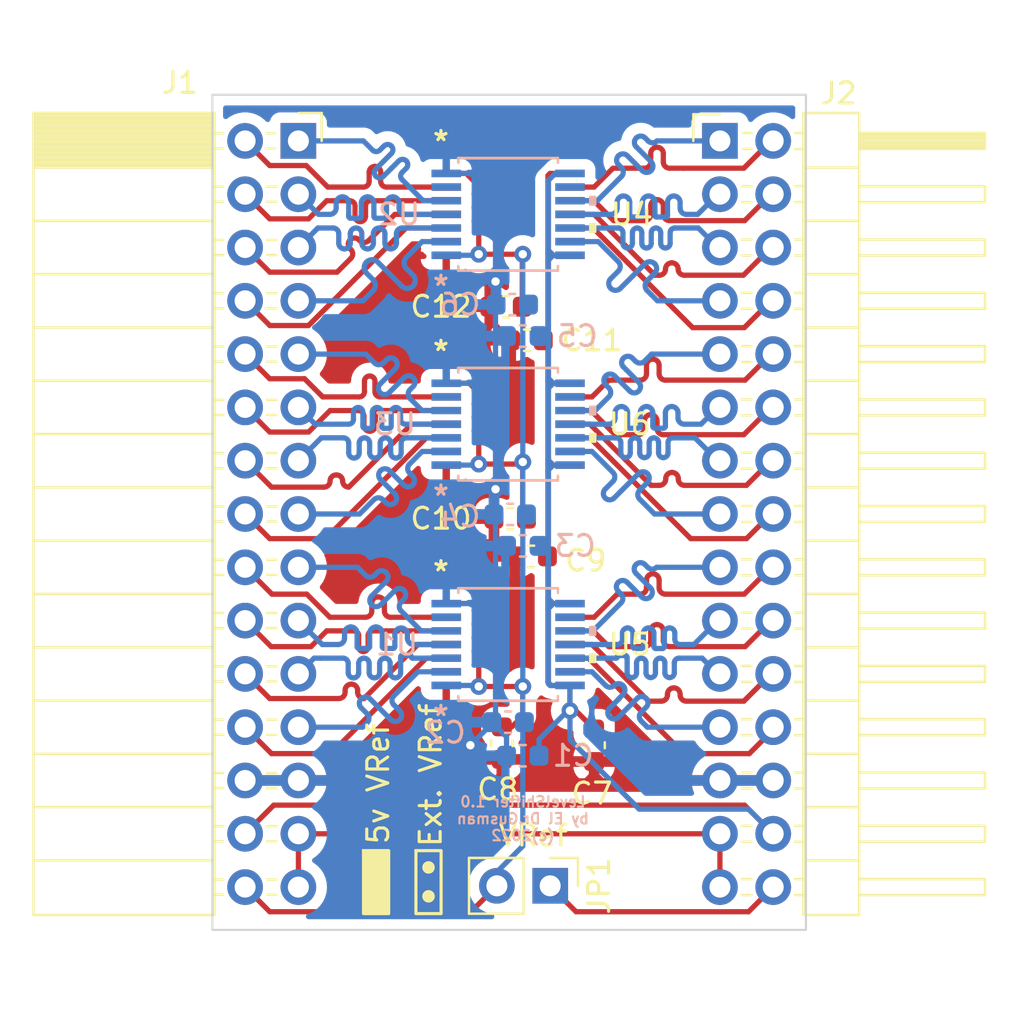
<source format=kicad_pcb>
(kicad_pcb (version 20211014) (generator pcbnew)
  (layers (0 "F.Cu" signal) (31 "B.Cu" signal) (34 "B.Paste" user) (35 "F.Paste" user) (36 "B.SilkS" user "B.Silkscreen") (37 "F.SilkS" user "F.Silkscreen") (38 "B.Mask" user) (39 "F.Mask" user) (44 "Edge.Cuts" user))
  (net 0 "")
  (net 1 "/CHAN_0_IN")
  (net 2 "/CHAN_1_IN")
  (net 3 "/CHAN_2_IN")
  (net 4 "/CHAN_3_IN")
  (net 5 "/CHAN_4_IN")
  (net 6 "/CHAN_5_IN")
  (net 7 "/CHAN_6_IN")
  (net 8 "/CHAN_7_IN")
  (net 9 "/CHAN_8_IN")
  (net 10 "/CHAN_9_IN")
  (net 11 "/CHAN_10_IN")
  (net 12 "/CHAN_11_IN")
  (net 13 "/GND")
  (net 14 "/3V3")
  (net 15 "/5V")
  (net 16 "/CHAN_0_OUT")
  (net 17 "/CHAN_1_OUT")
  (net 18 "/CHAN_2_OUT")
  (net 19 "/CHAN_3_OUT")
  (net 20 "/CHAN_4_OUT")
  (net 21 "/CHAN_5_OUT")
  (net 22 "/CHAN_6_OUT")
  (net 23 "/CHAN_7_OUT")
  (net 24 "/CHAN_8_OUT")
  (net 25 "/CHAN_9_OUT")
  (net 26 "/CHAN_10_OUT")
  (net 27 "/CHAN_11_OUT")
  (net 34 "/CHAN_23_IN")
  (net 35 "/CHAN_22_IN")
  (net 36 "/CHAN_21_IN")
  (net 37 "/CHAN_20_IN")
  (net 38 "/CHAN_19_IN")
  (net 39 "/CHAN_18_IN")
  (net 40 "/CHAN_17_IN")
  (net 41 "/CHAN_16_IN")
  (net 42 "/CHAN_15_IN")
  (net 43 "/CHAN_14_IN")
  (net 44 "/CHAN_13_IN")
  (net 45 "/CHAN_12_IN")
  (net 46 "/CHAN_23_OUT")
  (net 47 "/CHAN_22_OUT")
  (net 48 "/CHAN_21_OUT")
  (net 49 "/CHAN_20_OUT")
  (net 50 "/CHAN_19_OUT")
  (net 51 "/CHAN_18_OUT")
  (net 52 "/CHAN_17_OUT")
  (net 53 "/CHAN_16_OUT")
  (net 54 "/CHAN_15_OUT")
  (net 55 "/CHAN_14_OUT")
  (net 56 "/CHAN_13_OUT")
  (net 57 "/CHAN_12_OUT")
  (net 64 "/5V_VREF")
  (net 65 "/EXT_T")
  (footprint "Connector_PinSocket_2.54mm:PinSocket_2x15_P2.54mm_Horizontal" (layer "F.Cu") (at 149.895 80)
    (fp_text reference "J1")
    (fp_text value "Conn_02x15_Odd_Even")
  )
  (footprint "Capacitor_SMD:C_0603_1608Metric" (layer "F.Cu") (at 163.995 108.8 -90)
    (fp_text reference "C7")
    (fp_text value "100nf 16v")
  )
  (footprint "Capacitor_SMD:C_0603_1608Metric" (layer "F.Cu") (at 159.595 108.7 90)
    (fp_text reference "C8")
    (fp_text value "100nf 16v")
  )
  (footprint "footprints:TXU0104PWR" (layer "F.Cu") (at 159.895 93.5)
    (fp_text reference "U6")
    (fp_text value "TXU0104PWR" hide)
  )
  (footprint "Capacitor_SMD:C_0603_1608Metric" (layer "F.Cu") (at 159.795 87.9)
    (fp_text reference "C12")
    (fp_text value "100nf 16v")
  )
  (footprint "footprints:TXU0104PWR" (layer "F.Cu") (at 159.895 104)
    (fp_text reference "U5")
    (fp_text value "TXU0104PWR" hide)
  )
  (footprint "Capacitor_SMD:C_0603_1608Metric" (layer "F.Cu") (at 159.995 98)
    (fp_text reference "C10")
    (fp_text value "100nf 16v")
  )
  (footprint "Connector_PinHeader_2.54mm:PinHeader_2x15_P2.54mm_Horizontal" (layer "F.Cu") (at 169.995 80)
    (fp_text reference "J2")
    (fp_text value "Conn_02x15_Odd_Even")
  )
  (footprint "footprints:TXU0104PWR" (layer "F.Cu") (at 159.895 83.5)
    (fp_text reference "U4")
    (fp_text value "TXU0104PWR" hide)
  )
  (footprint "Connector_PinHeader_2.54mm:PinHeader_1x02_P2.54mm_Vertical" (layer "F.Cu") (at 161.9 115.5 -90)
    (fp_text reference "JP1")
    (fp_text value "Conn_01x02")
  )
  (footprint "Capacitor_SMD:C_0603_1608Metric" (layer "F.Cu") (at 160.995 99.8 180)
    (fp_text reference "C9")
    (fp_text value "100nf 16v")
  )
  (footprint "Capacitor_SMD:C_0603_1608Metric" (layer "F.Cu") (at 160.795 89.5 180)
    (fp_text reference "C11")
    (fp_text value "100nf 16v")
  )
  (footprint "Capacitor_SMD:C_0603_1608Metric" (layer "B.Cu") (at 160.095 87.8)
    (fp_text reference "C6")
    (fp_text value "100nf 16v")
  )
  (footprint "footprints:TXU0104PWR" (layer "B.Cu") (at 159.895 83.5)
    (fp_text reference "U2")
    (fp_text value "TXU0104PWR" hide)
  )
  (footprint "Capacitor_SMD:C_0603_1608Metric" (layer "B.Cu") (at 159.895 107.7)
    (fp_text reference "C2")
    (fp_text value "100nf 16v")
  )
  (footprint "Capacitor_SMD:C_0603_1608Metric" (layer "B.Cu") (at 159.995 97.8)
    (fp_text reference "C4")
    (fp_text value "100nf 16v")
  )
  (footprint "footprints:TXU0104PWR" (layer "B.Cu") (at 159.895 104)
    (fp_text reference "U1")
    (fp_text value "TXU0104PWR" hide)
  )
  (footprint "Capacitor_SMD:C_0603_1608Metric" (layer "B.Cu") (at 160.595 89.3 180)
    (fp_text reference "C5")
    (fp_text value "100nf 16v")
  )
  (footprint "Capacitor_SMD:C_0603_1608Metric" (layer "B.Cu") (at 160.595 99.3 180)
    (fp_text reference "C3")
    (fp_text value "100nf 16v")
  )
  (footprint "Capacitor_SMD:C_0603_1608Metric" (layer "B.Cu") (at 160.595 109.3 180)
    (fp_text reference "C1")
    (fp_text value "100nf 16v")
  )
  (footprint "footprints:TXU0104PWR" (layer "B.Cu") (at 159.895 93.5)
    (fp_text reference "U3")
    (fp_text value "TXU0104PWR" hide)
  )
  (gr_rect (start 153 116.823606) (end 154.2 113.823606) (layer "F.SilkS") (width 0.15) (fill solid))
  (gr_circle (center 156.1 114.623606) (end 156.323607 114.623606) (layer "F.SilkS") (width 0.15) (fill solid))
  (gr_rect (start 155.5 116.823606) (end 156.7 113.823606) (layer "F.SilkS") (width 0.15) (fill none))
  (gr_circle (center 156.1 116) (end 156.323607 116) (layer "F.SilkS") (width 0.15) (fill solid))
  (gr_rect (start 145.795 117.6) (end 174.095 77.8) (layer "Edge.Cuts") (width 0.1) (fill none))
  (gr_text "LevelShifter 1.0\nby El Dr.Gusman\n(c)2022" (at 160.6 112.3) (layer "B.SilkS") (effects (font (size 0.5 0.5) (thickness 0.1)) (justify mirror)))
  (gr_text "Ext. VRef" (at 156.2 110.223606 90) (layer "F.SilkS") (effects (font (size 1 1))))
  (gr_text "5v VRef" (at 153.7 110.623606 90) (layer "F.SilkS") (effects (font (size 1 1))))
  (gr_text "VRef" (at 161.1 113.1) (layer "F.SilkS") (effects (font (size 1 1))))
  (segment (start 154.68331 80.95103) (end 154.491445 81.142895) (width 0.25) (layer "B.Cu") (net 1))
  (segment (start 153.592475 81.688309) (end 153.592474 81.688308) (width 0.25) (layer "B.Cu") (net 1))
  (segment (start 154.314668 81.319668) (end 153.946028 81.688308) (width 0.25) (layer "B.Cu") (net 1))
  (segment (start 156.945052 82.850014) (end 155.845014 82.850014) (width 0.25) (layer "B.Cu") (net 1))
  (segment (start 155.845014 82.850014) (end 154.845 81.85) (width 0.25) (layer "B.Cu") (net 1))
  (segment (start 154.844999 81.496446) (end 155.036863 81.304582) (width 0.25) (layer "B.Cu") (net 1))
  (segment (start 154.845 81.496448) (end 154.844999 81.496446) (width 0.25) (layer "B.Cu") (net 1))
  (segment (start 154.491445 81.142895) (end 154.314669 81.319671) (width 0.25) (layer "B.Cu") (net 1))
  (segment (start 153.430781 80.435784) (end 152.995 80) (width 0.25) (layer "B.Cu") (net 1))
  (segment (start 154.314669 81.319671) (end 154.314668 81.319668) (width 0.25) (layer "B.Cu") (net 1))
  (segment (start 153.592474 81.334754) (end 153.961115 80.966113) (width 0.25) (layer "B.Cu") (net 1))
  (segment (start 153.961115 80.966113) (end 154.329754 80.597474) (width 0.25) (layer "B.Cu") (net 1))
  (segment (start 152.995 80) (end 149.895 80) (width 0.25) (layer "B.Cu") (net 1))
  (segment (start 153.430782 80.435784) (end 153.430781 80.435784) (width 0.25) (layer "B.Cu") (net 1))
  (segment (start 155.036862 80.951029) (end 155.036864 80.95103) (width 0.25) (layer "B.Cu") (net 1))
  (segment (start 154.329755 80.243921) (end 154.329754 80.24392) (width 0.25) (layer "B.Cu") (net 1))
  (segment (start 153.9762 80.24392) (end 153.784335 80.435785) (width 0.25) (layer "B.Cu") (net 1))
  (arc (start 155.036864 80.95103) (mid 154.860087 80.877807) (end 154.68331 80.95103) (width 0.25) (layer "B.Cu") (net 1))
  (arc (start 153.946028 81.688308) (mid 153.769252 81.761532) (end 153.592475 81.688309) (width 0.25) (layer "B.Cu") (net 1))
  (arc (start 155.036863 81.304582) (mid 155.110086 81.127805) (end 155.036862 80.951029) (width 0.25) (layer "B.Cu") (net 1))
  (arc (start 154.329754 80.597474) (mid 154.402978 80.420698) (end 154.329755 80.243921) (width 0.25) (layer "B.Cu") (net 1))
  (arc (start 154.329754 80.24392) (mid 154.152977 80.170697) (end 153.9762 80.24392) (width 0.25) (layer "B.Cu") (net 1))
  (arc (start 153.784335 80.435785) (mid 153.607558 80.509008) (end 153.430782 80.435784) (width 0.25) (layer "B.Cu") (net 1))
  (arc (start 154.845 81.85) (mid 154.771776 81.673223) (end 154.845 81.496448) (width 0.25) (layer "B.Cu") (net 1))
  (arc (start 153.592474 81.688308) (mid 153.519251 81.511531) (end 153.592474 81.334754) (width 0.25) (layer "B.Cu") (net 1))
  (segment (start 152.295 83.5) (end 152.295 82.964591) (width 0.25) (layer "B.Cu") (net 2))
  (segment (start 152.802296 83.685409) (end 152.387704 83.685409) (width 0.25) (layer "B.Cu") (net 2))
  (segment (start 151.695 82.964591) (end 151.695 83.2) (width 0.25) (layer "B.Cu") (net 2))
  (segment (start 154.095 82.964591) (end 154.095 83.2) (width 0.25) (layer "B.Cu") (net 2))
  (segment (start 153.495 83.592705) (end 153.495 83.5) (width 0.25) (layer "B.Cu") (net 2))
  (segment (start 156.945052 83.5) (end 154.995 83.5) (width 0.25) (layer "B.Cu") (net 2))
  (segment (start 153.495 83.5) (end 153.495 82.964591) (width 0.25) (layer "B.Cu") (net 2))
  (segment (start 152.895 82.964591) (end 152.895 83.5) (width 0.25) (layer "B.Cu") (net 2))
  (segment (start 151.395 83.5) (end 150.855 83.5) (width 0.25) (layer "B.Cu") (net 2))
  (segment (start 154.002296 83.685409) (end 153.587704 83.685409) (width 0.25) (layer "B.Cu") (net 2))
  (segment (start 154.095 83.2) (end 154.095 83.592705) (width 0.25) (layer "B.Cu") (net 2))
  (segment (start 152.895 83.5) (end 152.895 83.592705) (width 0.25) (layer "B.Cu") (net 2))
  (segment (start 152.295 83.592705) (end 152.295 83.5) (width 0.25) (layer "B.Cu") (net 2))
  (segment (start 154.695 83.2) (end 154.695 82.964591) (width 0.25) (layer "B.Cu") (net 2))
  (segment (start 150.855 83.5) (end 149.895 82.54) (width 0.25) (layer "B.Cu") (net 2))
  (arc (start 153.495 82.964591) (mid 153.407132 82.752459) (end 153.195 82.664591) (width 0.25) (layer "B.Cu") (net 2))
  (arc (start 153.195 82.664591) (mid 152.982868 82.752459) (end 152.895 82.964591) (width 0.25) (layer "B.Cu") (net 2))
  (arc (start 154.395 82.664591) (mid 154.182868 82.752459) (end 154.095 82.964591) (width 0.25) (layer "B.Cu") (net 2))
  (arc (start 151.995 82.664591) (mid 151.782868 82.752459) (end 151.695 82.964591) (width 0.25) (layer "B.Cu") (net 2))
  (arc (start 152.387704 83.685409) (mid 152.322152 83.658257) (end 152.295 83.592705) (width 0.25) (layer "B.Cu") (net 2))
  (arc (start 154.695 82.964591) (mid 154.607132 82.752459) (end 154.395 82.664591) (width 0.25) (layer "B.Cu") (net 2))
  (arc (start 153.587704 83.685409) (mid 153.522152 83.658257) (end 153.495 83.592705) (width 0.25) (layer "B.Cu") (net 2))
  (arc (start 152.895 83.592705) (mid 152.867848 83.658257) (end 152.802296 83.685409) (width 0.25) (layer "B.Cu") (net 2))
  (arc (start 154.095 83.592705) (mid 154.067848 83.658257) (end 154.002296 83.685409) (width 0.25) (layer "B.Cu") (net 2))
  (arc (start 152.295 82.964591) (mid 152.207132 82.752459) (end 151.995 82.664591) (width 0.25) (layer "B.Cu") (net 2))
  (arc (start 151.695 83.2) (mid 151.607132 83.412132) (end 151.395 83.5) (width 0.25) (layer "B.Cu") (net 2))
  (arc (start 154.995 83.5) (mid 154.782868 83.412132) (end 154.695 83.2) (width 0.25) (layer "B.Cu") (net 2))
  (segment (start 151.820014 84.871816) (end 151.820014 84.424986) (width 0.25) (layer "B.Cu") (net 3))
  (segment (start 154.570014 84.424986) (end 154.570014 84.871816) (width 0.25) (layer "B.Cu") (net 3))
  (segment (start 153.470014 84.424986) (end 153.470014 84.871816) (width 0.25) (layer "B.Cu") (net 3))
  (segment (start 154.020014 84.871816) (end 154.020014 84.424986) (width 0.25) (layer "B.Cu") (net 3))
  (segment (start 156.945052 84.149986) (end 154.845014 84.149986) (width 0.25) (layer "B.Cu") (net 3))
  (segment (start 151.545014 84.149986) (end 150.825014 84.149986) (width 0.25) (layer "B.Cu") (net 3))
  (segment (start 152.920014 84.871816) (end 152.920014 84.424986) (width 0.25) (layer "B.Cu") (net 3))
  (segment (start 152.370014 84.424986) (end 152.370014 84.871816) (width 0.25) (layer "B.Cu") (net 3))
  (segment (start 150.825014 84.149986) (end 149.895 85.08) (width 0.25) (layer "B.Cu") (net 3))
  (arc (start 153.745014 84.149986) (mid 153.55056 84.230532) (end 153.470014 84.424986) (width 0.25) (layer "B.Cu") (net 3))
  (arc (start 152.095014 85.146816) (mid 151.90056 85.06627) (end 151.820014 84.871816) (width 0.25) (layer "B.Cu") (net 3))
  (arc (start 153.195014 85.146816) (mid 153.00056 85.06627) (end 152.920014 84.871816) (width 0.25) (layer "B.Cu") (net 3))
  (arc (start 152.370014 84.871816) (mid 152.289468 85.06627) (end 152.095014 85.146816) (width 0.25) (layer "B.Cu") (net 3))
  (arc (start 151.820014 84.424986) (mid 151.739468 84.230532) (end 151.545014 84.149986) (width 0.25) (layer "B.Cu") (net 3))
  (arc (start 154.845014 84.149986) (mid 154.65056 84.230532) (end 154.570014 84.424986) (width 0.25) (layer "B.Cu") (net 3))
  (arc (start 153.470014 84.871816) (mid 153.389468 85.06627) (end 153.195014 85.146816) (width 0.25) (layer "B.Cu") (net 3))
  (arc (start 152.645014 84.149986) (mid 152.45056 84.230532) (end 152.370014 84.424986) (width 0.25) (layer "B.Cu") (net 3))
  (arc (start 154.020014 84.424986) (mid 153.939468 84.230532) (end 153.745014 84.149986) (width 0.25) (layer "B.Cu") (net 3))
  (arc (start 154.570014 84.871816) (mid 154.489468 85.06627) (end 154.295014 85.146816) (width 0.25) (layer "B.Cu") (net 3))
  (arc (start 152.920014 84.424986) (mid 152.839468 84.230532) (end 152.645014 84.149986) (width 0.25) (layer "B.Cu") (net 3))
  (arc (start 154.295014 85.146816) (mid 154.10056 85.06627) (end 154.020014 84.871816) (width 0.25) (layer "B.Cu") (net 3))
  (segment (start 152.975 87.62) (end 149.895 87.62) (width 0.25) (layer "B.Cu") (net 4))
  (segment (start 153.276552 87.318448) (end 152.975 87.62) (width 0.25) (layer "B.Cu") (net 4))
  (segment (start 154.823613 86.919602) (end 154.823614 86.919603) (width 0.25) (layer "B.Cu") (net 4))
  (segment (start 154.823614 86.919603) (end 153.675399 85.771384) (width 0.25) (layer "B.Cu") (net 4))
  (segment (start 155.045 86.08033) (end 155.353944 86.389273) (width 0.25) (layer "B.Cu") (net 4))
  (segment (start 153.454012 87.140988) (end 153.276552 87.318448) (width 0.25) (layer "B.Cu") (net 4))
  (segment (start 153.145067 86.301716) (end 153.454012 86.610658) (width 0.25) (layer "B.Cu") (net 4))
  (segment (start 153.145068 86.301717) (end 153.145067 86.301716) (width 0.25) (layer "B.Cu") (net 4))
  (segment (start 156.945052 84.799972) (end 155.795028 84.799972) (width 0.25) (layer "B.Cu") (net 4))
  (segment (start 155.795028 84.799972) (end 155.045 85.55) (width 0.25) (layer "B.Cu") (net 4))
  (segment (start 155.045001 86.080331) (end 155.045 86.08033) (width 0.25) (layer "B.Cu") (net 4))
  (arc (start 155.353944 86.919603) (mid 155.088778 87.029438) (end 154.823613 86.919602) (width 0.25) (layer "B.Cu") (net 4))
  (arc (start 155.045 85.55) (mid 154.935165 85.815166) (end 155.045001 86.080331) (width 0.25) (layer "B.Cu") (net 4))
  (arc (start 153.454012 86.610658) (mid 153.563847 86.875823) (end 153.454012 87.140988) (width 0.25) (layer "B.Cu") (net 4))
  (arc (start 153.145067 85.771386) (mid 153.035233 86.036551) (end 153.145068 86.301717) (width 0.25) (layer "B.Cu") (net 4))
  (arc (start 155.353944 86.389273) (mid 155.463779 86.654438) (end 155.353944 86.919603) (width 0.25) (layer "B.Cu") (net 4))
  (arc (start 153.675399 85.771384) (mid 153.410232 85.661551) (end 153.145067 85.771386) (width 0.25) (layer "B.Cu") (net 4))
  (segment (start 153.798031 91.575644) (end 154.520644 90.85303) (width 0.25) (layer "B.Cu") (net 5))
  (segment (start 155.22 91.850736) (end 155.369175 91.701561) (width 0.25) (layer "B.Cu") (net 5))
  (segment (start 153.105 90.16) (end 149.895 90.16) (width 0.25) (layer "B.Cu") (net 5))
  (segment (start 155.795014 92.850014) (end 155.22 92.275) (width 0.25) (layer "B.Cu") (net 5))
  (segment (start 156.945052 92.850014) (end 155.795014 92.850014) (width 0.25) (layer "B.Cu") (net 5))
  (segment (start 154.944909 91.277296) (end 154.222295 91.999909) (width 0.25) (layer "B.Cu") (net 5))
  (segment (start 154.944909 91.277297) (end 154.944909 91.277296) (width 0.25) (layer "B.Cu") (net 5))
  (segment (start 153.522938 90.577941) (end 153.105 90.16) (width 0.25) (layer "B.Cu") (net 5))
  (segment (start 154.096378 90.428765) (end 153.947202 90.577941) (width 0.25) (layer "B.Cu") (net 5))
  (segment (start 154.096378 90.428766) (end 154.096378 90.428765) (width 0.25) (layer "B.Cu") (net 5))
  (segment (start 153.798031 91.575643) (end 153.798031 91.575644) (width 0.25) (layer "B.Cu") (net 5))
  (arc (start 155.369175 91.701561) (mid 155.457043 91.489429) (end 155.369175 91.277297) (width 0.25) (layer "B.Cu") (net 5))
  (arc (start 153.947202 90.577941) (mid 153.73507 90.665809) (end 153.522938 90.577941) (width 0.25) (layer "B.Cu") (net 5))
  (arc (start 154.222295 91.999909) (mid 154.010163 92.087777) (end 153.798031 91.999909) (width 0.25) (layer "B.Cu") (net 5))
  (arc (start 154.520644 90.85303) (mid 154.608512 90.640898) (end 154.520644 90.428766) (width 0.25) (layer "B.Cu") (net 5))
  (arc (start 155.22 92.275) (mid 155.132132 92.062868) (end 155.22 91.850736) (width 0.25) (layer "B.Cu") (net 5))
  (arc (start 153.798031 91.999909) (mid 153.710163 91.787776) (end 153.798031 91.575643) (width 0.25) (layer "B.Cu") (net 5))
  (arc (start 154.520644 90.428766) (mid 154.30851 90.340897) (end 154.096378 90.428766) (width 0.25) (layer "B.Cu") (net 5))
  (arc (start 155.369175 91.277297) (mid 155.157041 91.189428) (end 154.944909 91.277297) (width 0.25) (layer "B.Cu") (net 5))
  (segment (start 152.97 93.598142) (end 152.97 93.5) (width 0.25) (layer "B.Cu") (net 6))
  (segment (start 153.321858 93.696284) (end 153.068142 93.696284) (width 0.25) (layer "B.Cu") (net 6))
  (segment (start 151.9974 93.5) (end 150.695 93.5) (width 0.25) (layer "B.Cu") (net 6))
  (segment (start 152.97 93.5) (end 152.97 92.928716) (width 0.25) (layer "B.Cu") (net 6))
  (segment (start 154.77 93.275) (end 154.77 92.928716) (width 0.25) (layer "B.Cu") (net 6))
  (segment (start 153.42 92.928716) (end 153.42 93.5) (width 0.25) (layer "B.Cu") (net 6))
  (segment (start 154.221858 93.696284) (end 153.968142 93.696284) (width 0.25) (layer "B.Cu") (net 6))
  (segment (start 153.87 93.598142) (end 153.87 93.5) (width 0.25) (layer "B.Cu") (net 6))
  (segment (start 154.32 93.275) (end 154.32 93.598142) (width 0.25) (layer "B.Cu") (net 6))
  (segment (start 154.32 92.928716) (end 154.32 93.275) (width 0.25) (layer "B.Cu") (net 6))
  (segment (start 150.695 93.5) (end 149.895 92.7) (width 0.25) (layer "B.Cu") (net 6))
  (segment (start 153.87 93.5) (end 153.87 92.928716) (width 0.25) (layer "B.Cu") (net 6))
  (segment (start 152.52 92.928716) (end 152.52 93.275) (width 0.25) (layer "B.Cu") (net 6))
  (segment (start 152.295 93.5) (end 151.9974 93.5) (width 0.25) (layer "B.Cu") (net 6))
  (segment (start 153.42 93.5) (end 153.42 93.598142) (width 0.25) (layer "B.Cu") (net 6))
  (segment (start 156.945052 93.5) (end 154.995 93.5) (width 0.25) (layer "B.Cu") (net 6))
  (arc (start 153.968142 93.696284) (mid 153.898745 93.667539) (end 153.87 93.598142) (width 0.25) (layer "B.Cu") (net 6))
  (arc (start 154.995 93.5) (mid 154.835901 93.434099) (end 154.77 93.275) (width 0.25) (layer "B.Cu") (net 6))
  (arc (start 152.97 92.928716) (mid 152.904099 92.769617) (end 152.745 92.703716) (width 0.25) (layer "B.Cu") (net 6))
  (arc (start 153.42 93.598142) (mid 153.391255 93.667539) (end 153.321858 93.696284) (width 0.25) (layer "B.Cu") (net 6))
  (arc (start 154.32 93.598142) (mid 154.291255 93.667539) (end 154.221858 93.696284) (width 0.25) (layer "B.Cu") (net 6))
  (arc (start 152.52 93.275) (mid 152.454099 93.434099) (end 152.295 93.5) (width 0.25) (layer "B.Cu") (net 6))
  (arc (start 153.068142 93.696284) (mid 152.998745 93.667539) (end 152.97 93.598142) (width 0.25) (layer "B.Cu") (net 6))
  (arc (start 154.545 92.703716) (mid 154.385901 92.769617) (end 154.32 92.928716) (width 0.25) (layer "B.Cu") (net 6))
  (arc (start 152.745 92.703716) (mid 152.585901 92.769617) (end 152.52 92.928716) (width 0.25) (layer "B.Cu") (net 6))
  (arc (start 154.77 92.928716) (mid 154.704099 92.769617) (end 154.545 92.703716) (width 0.25) (layer "B.Cu") (net 6))
  (arc (start 153.87 92.928716) (mid 153.804099 92.769617) (end 153.645 92.703716) (width 0.25) (layer "B.Cu") (net 6))
  (arc (start 153.645 92.703716) (mid 153.485901 92.769617) (end 153.42 92.928716) (width 0.25) (layer "B.Cu") (net 6))
  (segment (start 152.045014 94.149986) (end 151.995014 94.149986) (width 0.25) (layer "B.Cu") (net 7))
  (segment (start 150.985014 94.149986) (end 149.895 95.24) (width 0.25) (layer "B.Cu") (net 7))
  (segment (start 152.795014 94.399986) (end 152.795014 94.864308) (width 0.25) (layer "B.Cu") (net 7))
  (segment (start 152.295014 94.864308) (end 152.295014 94.399986) (width 0.25) (layer "B.Cu") (net 7))
  (segment (start 156.945052 94.149986) (end 155.045014 94.149986) (width 0.25) (layer "B.Cu") (net 7))
  (segment (start 154.795014 94.399986) (end 154.795014 94.864308) (width 0.25) (layer "B.Cu") (net 7))
  (segment (start 153.795014 94.399986) (end 153.795014 94.864308) (width 0.25) (layer "B.Cu") (net 7))
  (segment (start 154.295014 94.864308) (end 154.295014 94.399986) (width 0.25) (layer "B.Cu") (net 7))
  (segment (start 153.295014 94.864308) (end 153.295014 94.399986) (width 0.25) (layer "B.Cu") (net 7))
  (segment (start 151.995014 94.149986) (end 150.985014 94.149986) (width 0.25) (layer "B.Cu") (net 7))
  (arc (start 153.795014 94.864308) (mid 153.721791 95.041085) (end 153.545014 95.114308) (width 0.25) (layer "B.Cu") (net 7))
  (arc (start 154.795014 94.864308) (mid 154.721791 95.041085) (end 154.545014 95.114308) (width 0.25) (layer "B.Cu") (net 7))
  (arc (start 152.545014 95.114308) (mid 152.368237 95.041085) (end 152.295014 94.864308) (width 0.25) (layer "B.Cu") (net 7))
  (arc (start 154.545014 95.114308) (mid 154.368237 95.041085) (end 154.295014 94.864308) (width 0.25) (layer "B.Cu") (net 7))
  (arc (start 152.795014 94.864308) (mid 152.721791 95.041085) (end 152.545014 95.114308) (width 0.25) (layer "B.Cu") (net 7))
  (arc (start 155.045014 94.149986) (mid 154.868237 94.223209) (end 154.795014 94.399986) (width 0.25) (layer "B.Cu") (net 7))
  (arc (start 153.045014 94.149986) (mid 152.868237 94.223209) (end 152.795014 94.399986) (width 0.25) (layer "B.Cu") (net 7))
  (arc (start 153.295014 94.399986) (mid 153.221791 94.223209) (end 153.045014 94.149986) (width 0.25) (layer "B.Cu") (net 7))
  (arc (start 154.295014 94.399986) (mid 154.221791 94.223209) (end 154.045014 94.149986) (width 0.25) (layer "B.Cu") (net 7))
  (arc (start 152.295014 94.399986) (mid 152.221791 94.223209) (end 152.045014 94.149986) (width 0.25) (layer "B.Cu") (net 7))
  (arc (start 153.545014 95.114308) (mid 153.368237 95.041085) (end 153.295014 94.864308) (width 0.25) (layer "B.Cu") (net 7))
  (arc (start 154.045014 94.149986) (mid 153.868237 94.223209) (end 153.795014 94.399986) (width 0.25) (layer "B.Cu") (net 7))
  (segment (start 155.795028 94.799972) (end 155.195 95.4) (width 0.25) (layer "B.Cu") (net 8))
  (segment (start 155.195001 95.824265) (end 155.195 95.824264) (width 0.25) (layer "B.Cu") (net 8))
  (segment (start 154.917552 96.395343) (end 154.235014 95.712801) (width 0.25) (layer "B.Cu") (net 8))
  (segment (start 153.810749 96.137068) (end 153.810748 96.137067) (width 0.25) (layer "B.Cu") (net 8))
  (segment (start 155.195 95.824264) (end 155.341816 95.971079) (width 0.25) (layer "B.Cu") (net 8))
  (segment (start 156.945052 94.799972) (end 155.795028 94.799972) (width 0.25) (layer "B.Cu") (net 8))
  (segment (start 153.810748 96.137067) (end 154.346475 96.67279) (width 0.25) (layer "B.Cu") (net 8))
  (segment (start 153.266217 97.328783) (end 152.815 97.78) (width 0.25) (layer "B.Cu") (net 8))
  (segment (start 152.815 97.78) (end 149.895 97.78) (width 0.25) (layer "B.Cu") (net 8))
  (segment (start 154.069026 97.243869) (end 153.922211 97.097053) (width 0.25) (layer "B.Cu") (net 8))
  (segment (start 154.917551 96.395342) (end 154.917552 96.395343) (width 0.25) (layer "B.Cu") (net 8))
  (segment (start 153.497947 97.097053) (end 153.266217 97.328783) (width 0.25) (layer "B.Cu") (net 8))
  (segment (start 154.346475 96.67279) (end 154.49329 96.819605) (width 0.25) (layer "B.Cu") (net 8))
  (segment (start 154.069025 97.243868) (end 154.069026 97.243869) (width 0.25) (layer "B.Cu") (net 8))
  (arc (start 154.49329 97.243869) (mid 154.281157 97.331737) (end 154.069025 97.243868) (width 0.25) (layer "B.Cu") (net 8))
  (arc (start 154.49329 96.819605) (mid 154.581158 97.031737) (end 154.49329 97.243869) (width 0.25) (layer "B.Cu") (net 8))
  (arc (start 153.810748 95.712803) (mid 153.722881 95.924935) (end 153.810749 96.137068) (width 0.25) (layer "B.Cu") (net 8))
  (arc (start 153.922211 97.097053) (mid 153.710079 97.009185) (end 153.497947 97.097053) (width 0.25) (layer "B.Cu") (net 8))
  (arc (start 155.195 95.4) (mid 155.107132 95.612133) (end 155.195001 95.824265) (width 0.25) (layer "B.Cu") (net 8))
  (arc (start 155.341816 95.971079) (mid 155.429684 96.183211) (end 155.341816 96.395343) (width 0.25) (layer "B.Cu") (net 8))
  (arc (start 154.235014 95.712801) (mid 154.02288 95.624935) (end 153.810748 95.712803) (width 0.25) (layer "B.Cu") (net 8))
  (arc (start 155.341816 96.395343) (mid 155.129683 96.483211) (end 154.917551 96.395342) (width 0.25) (layer "B.Cu") (net 8))
  (segment (start 154.795 101.975736) (end 154.927578 101.843158) (width 0.25) (layer "B.Cu") (net 9))
  (segment (start 154.503312 101.418893) (end 153.813892 102.108312) (width 0.25) (layer "B.Cu") (net 9))
  (segment (start 153.097938 100.702941) (end 152.828665 100.433665) (width 0.25) (layer "B.Cu") (net 9))
  (segment (start 154.503312 101.418894) (end 154.503312 101.418893) (width 0.25) (layer "B.Cu") (net 9))
  (segment (start 153.654781 100.570363) (end 153.654781 100.570362) (width 0.25) (layer "B.Cu") (net 9))
  (segment (start 152.715 100.32) (end 149.895 100.32) (width 0.25) (layer "B.Cu") (net 9))
  (segment (start 156.945052 103.350014) (end 155.745014 103.350014) (width 0.25) (layer "B.Cu") (net 9))
  (segment (start 153.389628 101.684047) (end 154.079047 100.994627) (width 0.25) (layer "B.Cu") (net 9))
  (segment (start 152.828665 100.433665) (end 152.715 100.32) (width 0.25) (layer "B.Cu") (net 9))
  (segment (start 153.654781 100.570362) (end 153.522202 100.702941) (width 0.25) (layer "B.Cu") (net 9))
  (segment (start 155.745014 103.350014) (end 154.795 102.4) (width 0.25) (layer "B.Cu") (net 9))
  (segment (start 153.389628 101.684046) (end 153.389628 101.684047) (width 0.25) (layer "B.Cu") (net 9))
  (arc (start 154.079047 100.570363) (mid 153.866913 100.482494) (end 153.654781 100.570363) (width 0.25) (layer "B.Cu") (net 9))
  (arc (start 154.079047 100.994627) (mid 154.166915 100.782495) (end 154.079047 100.570363) (width 0.25) (layer "B.Cu") (net 9))
  (arc (start 154.927578 101.843158) (mid 155.015446 101.631026) (end 154.927578 101.418894) (width 0.25) (layer "B.Cu") (net 9))
  (arc (start 154.795 102.4) (mid 154.707132 102.187868) (end 154.795 101.975736) (width 0.25) (layer "B.Cu") (net 9))
  (arc (start 153.813892 102.108312) (mid 153.60176 102.19618) (end 153.389628 102.108312) (width 0.25) (layer "B.Cu") (net 9))
  (arc (start 154.927578 101.418894) (mid 154.715444 101.331025) (end 154.503312 101.418894) (width 0.25) (layer "B.Cu") (net 9))
  (arc (start 153.522202 100.702941) (mid 153.31007 100.790809) (end 153.097938 100.702941) (width 0.25) (layer "B.Cu") (net 9))
  (arc (start 153.389628 102.108312) (mid 153.30176 101.896179) (end 153.389628 101.684046) (width 0.25) (layer "B.Cu") (net 9))
  (segment (start 153.895 104.093977) (end 153.895 104) (width 0.25) (layer "B.Cu") (net 10))
  (segment (start 152.695 104.093977) (end 152.695 104) (width 0.25) (layer "B.Cu") (net 10))
  (segment (start 156.945052 104) (end 155.395 104) (width 0.25) (layer "B.Cu") (net 10))
  (segment (start 152.095 103.462047) (end 152.095 103.7) (width 0.25) (layer "B.Cu") (net 10))
  (segment (start 153.201024 104.187953) (end 152.788976 104.187953) (width 0.25) (layer "B.Cu") (net 10))
  (segment (start 151.035 104) (end 149.895 102.86) (width 0.25) (layer "B.Cu") (net 10))
  (segment (start 153.895 104) (end 153.895 103.462047) (width 0.25) (layer "B.Cu") (net 10))
  (segment (start 151.795 104) (end 151.247059 104) (width 0.25) (layer "B.Cu") (net 10))
  (segment (start 154.495 103.7) (end 154.495 104.093977) (width 0.25) (layer "B.Cu") (net 10))
  (segment (start 151.247059 104) (end 151.035 104) (width 0.25) (layer "B.Cu") (net 10))
  (segment (start 154.495 103.512047) (end 154.495 103.7) (width 0.25) (layer "B.Cu") (net 10))
  (segment (start 155.095 103.7) (end 155.095 103.512047) (width 0.25) (layer "B.Cu") (net 10))
  (segment (start 154.401024 104.187953) (end 153.988976 104.187953) (width 0.25) (layer "B.Cu") (net 10))
  (segment (start 153.295 103.462047) (end 153.295 104) (width 0.25) (layer "B.Cu") (net 10))
  (segment (start 152.695 104) (end 152.695 103.462047) (width 0.25) (layer "B.Cu") (net 10))
  (segment (start 153.295 104) (end 153.295 104.093977) (width 0.25) (layer "B.Cu") (net 10))
  (arc (start 152.695 103.462047) (mid 152.607132 103.249915) (end 152.395 103.162047) (width 0.25) (layer "B.Cu") (net 10))
  (arc (start 154.795 103.212047) (mid 154.582868 103.299915) (end 154.495 103.512047) (width 0.25) (layer "B.Cu") (net 10))
  (arc (start 155.395 104) (mid 155.182868 103.912132) (end 155.095 103.7) (width 0.25) (layer "B.Cu") (net 10))
  (arc (start 152.095 103.7) (mid 152.007132 103.912132) (end 151.795 104) (width 0.25) (layer "B.Cu") (net 10))
  (arc (start 153.988976 104.187953) (mid 153.922525 104.160428) (end 153.895 104.093977) (width 0.25) (layer "B.Cu") (net 10))
  (arc (start 152.395 103.162047) (mid 152.182868 103.249915) (end 152.095 103.462047) (width 0.25) (layer "B.Cu") (net 10))
  (arc (start 153.295 104.093977) (mid 153.267475 104.160428) (end 153.201024 104.187953) (width 0.25) (layer "B.Cu") (net 10))
  (arc (start 153.895 103.462047) (mid 153.807132 103.249915) (end 153.595 103.162047) (width 0.25) (layer "B.Cu") (net 10))
  (arc (start 152.788976 104.187953) (mid 152.722525 104.160428) (end 152.695 104.093977) (width 0.25) (layer "B.Cu") (net 10))
  (arc (start 154.495 104.093977) (mid 154.467475 104.160428) (end 154.401024 104.187953) (width 0.25) (layer "B.Cu") (net 10))
  (arc (start 153.595 103.162047) (mid 153.382868 103.249915) (end 153.295 103.462047) (width 0.25) (layer "B.Cu") (net 10))
  (arc (start 155.095 103.512047) (mid 155.007132 103.299915) (end 154.795 103.212047) (width 0.25) (layer "B.Cu") (net 10))
  (segment (start 155.275215 104.580215) (end 155.275215 104.580214) (width 0.25) (layer "B.Cu") (net 11))
  (segment (start 154.269986 105.339529) (end 154.269986 104.899986) (width 0.25) (layer "B.Cu") (net 11))
  (segment (start 154.775215 104.580214) (end 154.775215 104.580215) (width 0.25) (layer "B.Cu") (net 11))
  (segment (start 154.775215 104.649986) (end 154.769986 104.649986) (width 0.25) (layer "B.Cu") (net 11))
  (segment (start 153.769986 104.899986) (end 153.769986 105.339529) (width 0.25) (layer "B.Cu") (net 11))
  (segment (start 150.949268 104.649986) (end 150.645014 104.649986) (width 0.25) (layer "B.Cu") (net 11))
  (segment (start 150.645014 104.649986) (end 149.895 105.4) (width 0.25) (layer "B.Cu") (net 11))
  (segment (start 152.769986 104.899986) (end 152.769986 105.339529) (width 0.25) (layer "B.Cu") (net 11))
  (segment (start 156.945052 104.649986) (end 155.344986 104.649986) (width 0.25) (layer "B.Cu") (net 11))
  (segment (start 153.269986 105.339529) (end 153.269986 104.899986) (width 0.25) (layer "B.Cu") (net 11))
  (segment (start 152.269986 105.339529) (end 152.269986 104.899986) (width 0.25) (layer "B.Cu") (net 11))
  (segment (start 154.769986 104.649986) (end 154.769986 105.339529) (width 0.25) (layer "B.Cu") (net 11))
  (segment (start 155.205444 104.510443) (end 154.844986 104.510443) (width 0.25) (layer "B.Cu") (net 11))
  (segment (start 152.019986 104.649986) (end 150.949268 104.649986) (width 0.25) (layer "B.Cu") (net 11))
  (segment (start 154.775215 104.580215) (end 154.775215 104.649986) (width 0.25) (layer "B.Cu") (net 11))
  (arc (start 153.019986 104.649986) (mid 152.843209 104.723209) (end 152.769986 104.899986) (width 0.25) (layer "B.Cu") (net 11))
  (arc (start 153.769986 105.339529) (mid 153.696763 105.516306) (end 153.519986 105.589529) (width 0.25) (layer "B.Cu") (net 11))
  (arc (start 152.519986 105.589529) (mid 152.343209 105.516306) (end 152.269986 105.339529) (width 0.25) (layer "B.Cu") (net 11))
  (arc (start 154.844986 104.510443) (mid 154.79565 104.530878) (end 154.775215 104.580214) (width 0.25) (layer "B.Cu") (net 11))
  (arc (start 154.519986 105.589529) (mid 154.343209 105.516306) (end 154.269986 105.339529) (width 0.25) (layer "B.Cu") (net 11))
  (arc (start 155.344986 104.649986) (mid 155.29565 104.629551) (end 155.275215 104.580215) (width 0.25) (layer "B.Cu") (net 11))
  (arc (start 152.269986 104.899986) (mid 152.196763 104.723209) (end 152.019986 104.649986) (width 0.25) (layer "B.Cu") (net 11))
  (arc (start 154.769986 105.339529) (mid 154.696763 105.516306) (end 154.519986 105.589529) (width 0.25) (layer "B.Cu") (net 11))
  (arc (start 153.519986 105.589529) (mid 153.343209 105.516306) (end 153.269986 105.339529) (width 0.25) (layer "B.Cu") (net 11))
  (arc (start 152.769986 105.339529) (mid 152.696763 105.516306) (end 152.519986 105.589529) (width 0.25) (layer "B.Cu") (net 11))
  (arc (start 155.275215 104.580214) (mid 155.25478 104.530878) (end 155.205444 104.510443) (width 0.25) (layer "B.Cu") (net 11))
  (arc (start 154.019986 104.649986) (mid 153.843209 104.723209) (end 153.769986 104.899986) (width 0.25) (layer "B.Cu") (net 11))
  (arc (start 153.269986 104.899986) (mid 153.196763 104.723209) (end 153.019986 104.649986) (width 0.25) (layer "B.Cu") (net 11))
  (arc (start 154.269986 104.899986) (mid 154.196763 104.723209) (end 154.019986 104.649986) (width 0.25) (layer "B.Cu") (net 11))
  (segment (start 154.445001 106.874265) (end 154.445 106.874264) (width 0.25) (layer "B.Cu") (net 12))
  (segment (start 154.445 106.874264) (end 154.727843 107.157106) (width 0.25) (layer "B.Cu") (net 12))
  (segment (start 154.303579 107.58137) (end 153.313632 106.591419) (width 0.25) (layer "B.Cu") (net 12))
  (segment (start 155.595028 105.299972) (end 154.445 106.45) (width 0.25) (layer "B.Cu") (net 12))
  (segment (start 153.17221 107.72279) (end 152.955 107.94) (width 0.25) (layer "B.Cu") (net 12))
  (segment (start 152.889367 107.015686) (end 152.889366 107.015685) (width 0.25) (layer "B.Cu") (net 12))
  (segment (start 152.955 107.94) (end 149.895 107.94) (width 0.25) (layer "B.Cu") (net 12))
  (segment (start 156.945052 105.299972) (end 155.595028 105.299972) (width 0.25) (layer "B.Cu") (net 12))
  (segment (start 152.889366 107.015685) (end 153.17221 107.298526) (width 0.25) (layer "B.Cu") (net 12))
  (segment (start 154.303578 107.581369) (end 154.303579 107.58137) (width 0.25) (layer "B.Cu") (net 12))
  (arc (start 154.445 106.45) (mid 154.357132 106.662133) (end 154.445001 106.874265) (width 0.25) (layer "B.Cu") (net 12))
  (arc (start 153.313632 106.591419) (mid 153.101498 106.503553) (end 152.889366 106.591421) (width 0.25) (layer "B.Cu") (net 12))
  (arc (start 153.17221 107.298526) (mid 153.260078 107.510658) (end 153.17221 107.72279) (width 0.25) (layer "B.Cu") (net 12))
  (arc (start 154.727843 107.157106) (mid 154.815711 107.369238) (end 154.727843 107.58137) (width 0.25) (layer "B.Cu") (net 12))
  (arc (start 154.727843 107.58137) (mid 154.51571 107.669238) (end 154.303578 107.581369) (width 0.25) (layer "B.Cu") (net 12))
  (arc (start 152.889366 106.591421) (mid 152.801499 106.803553) (end 152.889367 107.015686) (width 0.25) (layer "B.Cu") (net 12))
  (segment (start 159.195 110.5) (end 158.995 110.5) (width 0.25) (layer "F.Cu") (net 13))
  (segment (start 159.295 87.625) (end 159.02 87.9) (width 0.25) (layer "F.Cu") (net 13))
  (segment (start 157.495 86.7) (end 159.295 86.7) (width 0.25) (layer "F.Cu") (net 13))
  (segment (start 164.395 110.5) (end 164.495 110.5) (width 0.25) (layer "F.Cu") (net 13))
  (segment (start 163.995 110.1) (end 163.995 110.5) (width 0.25) (layer "F.Cu") (net 13))
  (segment (start 159.295 86.7) (end 159.295 87.625) (width 0.25) (layer "F.Cu") (net 13))
  (segment (start 159.495 110.5) (end 158.995 110.5) (width 0.25) (layer "F.Cu") (net 13))
  (segment (start 157.395 96.6) (end 159.295 96.6) (width 0.25) (layer "F.Cu") (net 13))
  (segment (start 163.395 110.5) (end 159.995 110.5) (width 0.25) (layer "F.Cu") (net 13))
  (segment (start 159.595 110.1) (end 159.595 110.4) (width 0.25) (layer "F.Cu") (net 13))
  (segment (start 159.095 99.1) (end 159.095 98.125) (width 0.25) (layer "F.Cu") (net 13))
  (segment (start 156.945052 95.449958) (end 156.945052 96.150052) (width 0.25) (layer "F.Cu") (net 13))
  (segment (start 159.595 110.4) (end 159.495 110.5) (width 0.25) (layer "F.Cu") (net 13))
  (segment (start 149.895 110.48) (end 147.355 110.48) (width 0.25) (layer "F.Cu") (net 13))
  (segment (start 163.995 110.1) (end 163.595 110.5) (width 0.25) (layer "F.Cu") (net 13))
  (segment (start 163.995 110.5) (end 163.395 110.5) (width 0.25) (layer "F.Cu") (net 13))
  (segment (start 159.02 88.5) (end 160.02 89.5) (width 0.25) (layer "F.Cu") (net 13))
  (segment (start 164.495 110.5) (end 163.995 110.5) (width 0.25) (layer "F.Cu") (net 13))
  (segment (start 158.995 110.5) (end 149.915 110.5) (width 0.25) (layer "F.Cu") (net 13))
  (segment (start 159.595 109.475) (end 159.595 110.1) (width 0.25) (layer "F.Cu") (net 13))
  (segment (start 159.595 110.1) (end 159.195 110.5) (width 0.25) (layer "F.Cu") (net 13))
  (segment (start 156.945052 96.150052) (end 157.395 96.6) (width 0.25) (layer "F.Cu") (net 13))
  (segment (start 169.895 110.48) (end 169.875 110.5) (width 0.25) (layer "F.Cu") (net 13))
  (segment (start 156.945052 85.449958) (end 156.945052 86.150052) (width 0.25) (layer "F.Cu") (net 13))
  (segment (start 160.22 99.8) (end 159.795 99.8) (width 0.25) (layer "F.Cu") (net 13))
  (segment (start 159.22 98) (end 159.22 96.675) (width 0.25) (layer "F.Cu") (net 13))
  (segment (start 172.435 110.48) (end 169.895 110.48) (width 0.25) (layer "F.Cu") (net 13))
  (segment (start 159.995 110.5) (end 159.495 110.5) (width 0.25) (layer "F.Cu") (net 13))
  (segment (start 159.095 98.125) (end 159.22 98) (width 0.25) (layer "F.Cu") (net 13))
  (segment (start 159.22 96.675) (end 159.295 96.6) (width 0.25) (layer "F.Cu") (net 13))
  (segment (start 158.095 108.8) (end 156.945052 107.650052) (width 0.25) (layer "F.Cu") (net 13))
  (segment (start 159.595 110.1) (end 159.995 110.5) (width 0.25) (layer "F.Cu") (net 13))
  (segment (start 163.995 110.1) (end 164.395 110.5) (width 0.25) (layer "F.Cu") (net 13))
  (segment (start 159.795 99.8) (end 159.095 99.1) (width 0.25) (layer "F.Cu") (net 13))
  (segment (start 163.995 109.575) (end 163.995 110.1) (width 0.25) (layer "F.Cu") (net 13))
  (segment (start 156.945052 86.150052) (end 157.495 86.7) (width 0.25) (layer "F.Cu") (net 13))
  (segment (start 156.945052 107.650052) (end 156.945052 105.949958) (width 0.25) (layer "F.Cu") (net 13))
  (segment (start 159.02 87.9) (end 159.02 88.5) (width 0.25) (layer "F.Cu") (net 13))
  (segment (start 149.915 110.5) (end 149.895 110.48) (width 0.25) (layer "F.Cu") (net 13))
  (segment (start 163.595 110.5) (end 163.395 110.5) (width 0.25) (layer "F.Cu") (net 13))
  (segment (start 169.875 110.5) (end 164.495 110.5) (width 0.25) (layer "F.Cu") (net 13))
  (via (at 159.295 96.6) (size 0.8) (drill 0.4) (layers "F.Cu" "B.Cu") (net 13))
  (via (at 159.295 86.7) (size 0.8) (drill 0.4) (layers "F.Cu" "B.Cu") (net 13))
  (via (at 158.095 108.8) (size 0.8) (drill 0.4) (layers "F.Cu" "B.Cu") (net 13))
  (segment (start 159.295 102.1) (end 159.295 96.6) (width 0.25) (layer "B.Cu") (net 13))
  (segment (start 159.295 96.6) (end 159.295 91.6) (width 0.25) (layer "B.Cu") (net 13))
  (segment (start 159.295 91.6) (end 159.295 86.7) (width 0.25) (layer "B.Cu") (net 13))
  (segment (start 149.895 110.48) (end 156.415 110.48) (width 0.25) (layer "B.Cu") (net 13))
  (segment (start 159.245042 91.550042) (end 159.295 91.6) (width 0.25) (layer "B.Cu") (net 13))
  (segment (start 156.945052 91.550042) (end 159.245042 91.550042) (width 0.25) (layer "B.Cu") (net 13))
  (segment (start 159.82 109.3) (end 159.82 108.4) (width 0.25) (layer "B.Cu") (net 13))
  (segment (start 159.295 86.7) (end 159.295 82.7) (width 0.25) (layer "B.Cu") (net 13))
  (segment (start 159.295 82.7) (end 158.145042 81.550042) (width 0.25) (layer "B.Cu") (net 13))
  (segment (start 159.295 107.6) (end 159.295 102.1) (width 0.25) (layer "B.Cu") (net 13))
  (segment (start 158.145042 81.550042) (end 156.945052 81.550042) (width 0.25) (layer "B.Cu") (net 13))
  (segment (start 156.415 110.48) (end 159.295 107.6) (width 0.25) (layer "B.Cu") (net 13))
  (segment (start 156.945052 102.050042) (end 159.245042 102.050042) (width 0.25) (layer "B.Cu") (net 13))
  (segment (start 159.245042 102.050042) (end 159.295 102.1) (width 0.25) (layer "B.Cu") (net 13))
  (segment (start 159.82 108.4) (end 159.12 107.7) (width 0.25) (layer "B.Cu") (net 13))
  (segment (start 161.795 91.8) (end 161.795 95.2) (width 0.25) (layer "F.Cu") (net 14))
  (segment (start 162.844948 102.050042) (end 162.045042 102.050042) (width 0.25) (layer "F.Cu") (net 14))
  (segment (start 163.119948 107.149948) (end 163.995 108.025) (width 0.25) (layer "F.Cu") (net 14))
  (segment (start 161.795 91.5) (end 161.795 91.8) (width 0.25) (layer "F.Cu") (net 14))
  (segment (start 162.844948 95.449958) (end 162.045042 95.449958) (width 0.25) (layer "F.Cu") (net 14))
  (segment (start 161.795 95.7) (end 161.795 95.8) (width 0.25) (layer "F.Cu") (net 14))
  (segment (start 161.844958 102.050042) (end 161.795 102.1) (width 0.25) (layer "F.Cu") (net 14))
  (segment (start 162.045042 91.550042) (end 161.845042 91.550042) (width 0.25) (layer "F.Cu") (net 14))
  (segment (start 148.720489 111.654511) (end 147.355 113.02) (width 0.25) (layer "F.Cu") (net 14))
  (segment (start 161.795 91.3) (end 161.795 91.5) (width 0.25) (layer "F.Cu") (net 14))
  (segment (start 161.795 101.8) (end 161.795 102.1) (width 0.25) (layer "F.Cu") (net 14))
  (segment (start 161.795 85.4) (end 161.795 85.7) (width 0.25) (layer "F.Cu") (net 14))
  (segment (start 161.795 102.1) (end 161.795 102.3) (width 0.25) (layer "F.Cu") (net 14))
  (segment (start 161.844958 85.449958) (end 161.795 85.4) (width 0.25) (layer "F.Cu") (net 14))
  (segment (start 161.795 95.4) (end 161.795 95.8) (width 0.25) (layer "F.Cu") (net 14))
  (segment (start 161.795 81.647941) (end 161.795 85.2) (width 0.25) (layer "F.Cu") (net 14))
  (segment (start 161.892899 81.550042) (end 161.795 81.647941) (width 0.25) (layer "F.Cu") (net 14))
  (segment (start 161.795 102.3) (end 161.795 105.8) (width 0.25) (layer "F.Cu") (net 14))
  (segment (start 161.844958 95.449958) (end 161.795 95.4) (width 0.25) (layer "F.Cu") (net 14))
  (segment (start 162.045042 95.449958) (end 161.844958 95.449958) (width 0.25) (layer "F.Cu") (net 14))
  (segment (start 161.944958 105.949958) (end 162.844948 105.949958) (width 0.25) (layer "F.Cu") (net 14))
  (segment (start 162.044958 85.449958) (end 162.044958 85.450042) (width 0.25) (layer "F.Cu") (net 14))
  (segment (start 162.044958 91.550042) (end 162.044958 91.549958) (width 0.25) (layer "F.Cu") (net 14))
  (segment (start 162.045042 95.449958) (end 162.044958 95.449958) (width 0.25) (layer "F.Cu") (net 14))
  (segment (start 162.044958 85.450042) (end 161.795 85.7) (width 0.25) (layer "F.Cu") (net 14))
  (segment (start 162.844948 85.449958) (end 161.844958 85.449958) (width 0.25) (layer "F.Cu") (net 14))
  (segment (start 162.844948 81.550042) (end 161.892899 81.550042) (width 0.25) (layer "F.Cu") (net 14))
  (segment (start 162.844948 107.149948) (end 163.119948 107.149948) (width 0.25) (layer "F.Cu") (net 14))
  (segment (start 162.044958 91.550042) (end 161.795 91.8) (width 0.25) (layer "F.Cu") (net 14))
  (segment (start 162.044958 102.050042) (end 161.795 102.3) (width 0.25) (layer "F.Cu") (net 14))
  (segment (start 162.044958 91.549958) (end 161.795 91.3) (width 0.25) (layer "F.Cu") (net 14))
  (segment (start 161.845042 91.550042) (end 161.795 91.5) (width 0.25) (layer "F.Cu") (net 14))
  (segment (start 161.795 85.7) (end 161.795 91.3) (width 0.25) (layer "F.Cu") (net 14))
  (segment (start 162.045042 91.550042) (end 162.044958 91.550042) (width 0.25) (layer "F.Cu") (net 14))
  (segment (start 162.044958 85.449958) (end 161.795 85.2) (width 0.25) (layer "F.Cu") (net 14))
  (segment (start 162.844948 91.550042) (end 162.045042 91.550042) (width 0.25) (layer "F.Cu") (net 14))
  (segment (start 162.045042 102.050042) (end 162.044958 102.050042) (width 0.25) (layer "F.Cu") (net 14))
  (segment (start 161.795 105.8) (end 161.944958 105.949958) (width 0.25) (layer "F.Cu") (net 14))
  (segment (start 162.045042 102.050042) (end 161.844958 102.050042) (width 0.25) (layer "F.Cu") (net 14))
  (segment (start 162.844948 105.949958) (end 162.844948 107.149948) (width 0.25) (layer "F.Cu") (net 14))
  (segment (start 162.045042 95.449958) (end 161.795 95.7) (width 0.25) (layer "F.Cu") (net 14))
  (segment (start 162.045042 102.050042) (end 161.795 101.8) (width 0.25) (layer "F.Cu") (net 14))
  (segment (start 172.535 113.02) (end 171.169511 111.654511) (width 0.25) (layer "F.Cu") (net 14))
  (segment (start 161.795 85.2) (end 161.795 85.4) (width 0.25) (layer "F.Cu") (net 14))
  (segment (start 161.795 95.8) (end 161.795 101.8) (width 0.25) (layer "F.Cu") (net 14))
  (segment (start 171.169511 111.654511) (end 148.720489 111.654511) (width 0.25) (layer "F.Cu") (net 14))
  (segment (start 161.795 95.2) (end 161.795 95.4) (width 0.25) (layer "F.Cu") (net 14))
  (segment (start 162.044958 95.449958) (end 161.795 95.2) (width 0.25) (layer "F.Cu") (net 14))
  (via (at 162.844948 107.149948) (size 0.8) (drill 0.4) (layers "F.Cu" "B.Cu") (net 14))
  (segment (start 161.818388 85.223388) (end 161.818388 81.876612) (width 0.25) (layer "B.Cu") (net 14))
  (segment (start 161.818388 105.875447) (end 161.818388 102.276612) (width 0.25) (layer "B.Cu") (net 14))
  (segment (start 162.844948 102.050042) (end 162.044958 102.050042) (width 0.25) (layer "B.Cu") (net 14))
  (segment (start 162.045042 85.449958) (end 162.044958 85.449958) (width 0.25) (layer "B.Cu") (net 14))
  (segment (start 161.818388 101.823388) (end 161.818388 95.676612) (width 0.25) (layer "B.Cu") (net 14))
  (segment (start 161.891734 91.550042) (end 161.818388 91.623388) (width 0.25) (layer "B.Cu") (net 14))
  (segment (start 162.044958 102.049958) (end 161.818388 101.823388) (width 0.25) (layer "B.Cu") (net 14))
  (segment (start 161.818388 95.223388) (end 161.818388 95.123388) (width 0.25) (layer "B.Cu") (net 14))
  (segment (start 162.844948 107.149948) (end 162.844948 105.949958) (width 0.25) (layer "B.Cu") (net 14))
  (segment (start 161.818388 91.876612) (end 161.818388 91.623388) (width 0.25) (layer "B.Cu") (net 14))
  (segment (start 162.044958 95.449958) (end 161.818388 95.223388) (width 0.25) (layer "B.Cu") (net 14))
  (segment (start 161.891734 95.449958) (end 161.818388 95.376612) (width 0.25) (layer "B.Cu") (net 14))
  (segment (start 162.045042 85.449958) (end 161.871612 85.623388) (width 0.25) (layer "B.Cu") (net 14))
  (segment (start 162.044958 102.049958) (end 162.044958 102.050042) (width 0.25) (layer "B.Cu") (net 14))
  (segment (start 161.818388 95.123388) (end 161.818388 91.876612) (width 0.25) (layer "B.Cu") (net 14))
  (segment (start 161.818388 95.376612) (end 161.818388 95.123388) (width 0.25) (layer "B.Cu") (net 14))
  (segment (start 162.045042 85.449958) (end 161.845042 85.449958) (width 0.25) (layer "B.Cu") (net 14))
  (segment (start 161.818388 91.323388) (end 161.818388 85.623388) (width 0.25) (layer "B.Cu") (net 14))
  (segment (start 162.844948 105.949958) (end 161.892899 105.949958) (width 0.25) (layer "B.Cu") (net 14))
  (segment (start 162.044958 95.449958) (end 162.044958 95.450042) (width 0.25) (layer "B.Cu") (net 14))
  (segment (start 161.37 108.524948) (end 162.745 107.149948) (width 0.25) (layer "B.Cu") (net 14))
  (segment (start 162.745 107.149948) (end 162.844948 107.149948) (width 0.25) (layer "B.Cu") (net 14))
  (segment (start 162.844948 91.550042) (end 162.044958 91.550042) (width 0.25) (layer "B.Cu") (net 14))
  (segment (start 162.844948 107.149948) (end 162.844948 108.544948) (width 0.25) (layer "B.Cu") (net 14))
  (segment (start 162.044958 95.449958) (end 161.891734 95.449958) (width 0.25) (layer "B.Cu") (net 14))
  (segment (start 162.844948 95.449958) (end 162.044958 95.449958) (width 0.25) (layer "B.Cu") (net 14))
  (segment (start 161.37 109.3) (end 161.37 108.524948) (width 0.25) (layer "B.Cu") (net 14))
  (segment (start 161.818388 85.476612) (end 161.818388 85.223388) (width 0.25) (layer "B.Cu") (net 14))
  (segment (start 161.818388 101.976612) (end 161.818388 101.823388) (width 0.25) (layer "B.Cu") (net 14))
  (segment (start 162.844948 85.449958) (end 162.045042 85.449958) (width 0.25) (layer "B.Cu") (net 14))
  (segment (start 161.818388 91.776612) (end 161.818388 91.876612) (width 0.25) (layer "B.Cu") (net 14))
  (segment (start 162.044958 85.449958) (end 161.818388 85.223388) (width 0.25) (layer "B.Cu") (net 14))
  (segment (start 161.818388 91.623388) (end 161.818388 91.323388) (width 0.25) (layer "B.Cu") (net 14))
  (segment (start 162.044958 102.050042) (end 161.891818 102.050042) (width 0.25) (layer "B.Cu") (net 14))
  (segment (start 162.044958 91.550042) (end 161.891734 91.550042) (width 0.25) (layer "B.Cu") (net 14))
  (segment (start 162.044958 102.050042) (end 161.818388 102.276612) (width 0.25) (layer "B.Cu") (net 14))
  (segment (start 166.145489 111.845489) (end 171.360489 111.845489) (width 0.25) (layer "B.Cu") (net 14))
  (segment (start 162.044958 95.450042) (end 161.818388 95.676612) (width 0.25) (layer "B.Cu") (net 14))
  (segment (start 161.818388 102.276612) (end 161.818388 101.976612) (width 0.25) (layer "B.Cu") (net 14))
  (segment (start 161.891818 102.050042) (end 161.818388 101.976612) (width 0.25) (layer "B.Cu") (net 14))
  (segment (start 171.360489 111.845489) (end 172.535 113.02) (width 0.25) (layer "B.Cu") (net 14))
  (segment (start 161.892899 105.949958) (end 161.818388 105.875447) (width 0.25) (layer "B.Cu") (net 14))
  (segment (start 162.044958 91.550042) (end 161.818388 91.776612) (width 0.25) (layer "B.Cu") (net 14))
  (segment (start 161.845042 85.449958) (end 161.818388 85.476612) (width 0.25) (layer "B.Cu") (net 14))
  (segment (start 162.144958 81.550042) (end 162.844948 81.550042) (width 0.25) (layer "B.Cu") (net 14))
  (segment (start 161.871612 85.623388) (end 161.818388 85.623388) (width 0.25) (layer "B.Cu") (net 14))
  (segment (start 161.818388 85.623388) (end 161.818388 85.476612) (width 0.25) (layer "B.Cu") (net 14))
  (segment (start 161.818388 95.676612) (end 161.818388 95.376612) (width 0.25) (layer "B.Cu") (net 14))
  (segment (start 162.844948 108.544948) (end 166.145489 111.845489) (width 0.25) (layer "B.Cu") (net 14))
  (segment (start 162.044958 91.549958) (end 161.818388 91.323388) (width 0.25) (layer "B.Cu") (net 14))
  (segment (start 162.044958 91.550042) (end 162.044958 91.549958) (width 0.25) (layer "B.Cu") (net 14))
  (segment (start 161.818388 81.876612) (end 162.144958 81.550042) (width 0.25) (layer "B.Cu") (net 14))
  (segment (start 163.134511 116.734511) (end 161.9 115.5) (width 0.25) (layer "F.Cu") (net 15))
  (segment (start 171.360489 116.734511) (end 163.134511 116.734511) (width 0.25) (layer "F.Cu") (net 15))
  (segment (start 172.535 115.56) (end 171.360489 116.734511) (width 0.25) (layer "F.Cu") (net 15))
  (segment (start 166.146473 80.424263) (end 166.712101 80.98989) (width 0.25) (layer "B.Cu") (net 16))
  (segment (start 165.156582 81.131427) (end 165.297947 81.272789) (width 0.25) (layer "B.Cu") (net 16))
  (segment (start 166.287837 81.414154) (end 165.934342 81.060658) (width 0.25) (layer "B.Cu") (net 16))
  (segment (start 165.297947 81.697053) (end 164.144986 82.850014) (width 0.25) (layer "B.Cu") (net 16))
  (segment (start 169.895 80) (end 166.995 80) (width 0.25) (layer "B.Cu") (net 16))
  (segment (start 165.156583 81.131428) (end 165.156582 81.131427) (width 0.25) (layer "B.Cu") (net 16))
  (segment (start 166.005108 80.282901) (end 166.146473 80.424263) (width 0.25) (layer "B.Cu") (net 16))
  (segment (start 166.570736 80) (end 166.429372 79.858637) (width 0.25) (layer "B.Cu") (net 16))
  (segment (start 165.934342 81.060658) (end 165.580848 80.707161) (width 0.25) (layer "B.Cu") (net 16))
  (segment (start 166.570735 79.999999) (end 166.570736 80) (width 0.25) (layer "B.Cu") (net 16))
  (segment (start 164.144986 82.850014) (end 162.844948 82.850014) (width 0.25) (layer "B.Cu") (net 16))
  (segment (start 166.287836 81.414153) (end 166.287837 81.414154) (width 0.25) (layer "B.Cu") (net 16))
  (segment (start 166.005109 80.282902) (end 166.005108 80.282901) (width 0.25) (layer "B.Cu") (net 16))
  (arc (start 166.005108 79.858637) (mid 165.917241 80.070769) (end 166.005109 80.282902) (width 0.25) (layer "B.Cu") (net 16))
  (arc (start 166.429372 79.858637) (mid 166.21724 79.770769) (end 166.005108 79.858637) (width 0.25) (layer "B.Cu") (net 16))
  (arc (start 165.580848 80.707161) (mid 165.368714 80.619295) (end 165.156582 80.707163) (width 0.25) (layer "B.Cu") (net 16))
  (arc (start 166.712101 80.98989) (mid 166.799969 81.202022) (end 166.712101 81.414154) (width 0.25) (layer "B.Cu") (net 16))
  (arc (start 165.156582 80.707163) (mid 165.068715 80.919295) (end 165.156583 81.131428) (width 0.25) (layer "B.Cu") (net 16))
  (arc (start 166.712101 81.414154) (mid 166.499968 81.502022) (end 166.287836 81.414153) (width 0.25) (layer "B.Cu") (net 16))
  (arc (start 165.297947 81.272789) (mid 165.385815 81.484921) (end 165.297947 81.697053) (width 0.25) (layer "B.Cu") (net 16))
  (arc (start 166.995 80) (mid 166.782866 80.087869) (end 166.570735 79.999999) (width 0.25) (layer "B.Cu") (net 16))
  (segment (start 166.895 83.5) (end 166.895 82.924591) (width 0.25) (layer "B.Cu") (net 17))
  (segment (start 164.382893 83.5) (end 162.844948 83.5) (width 0.25) (layer "B.Cu") (net 17))
  (segment (start 165.695 83.562705) (end 165.695 83.5) (width 0.25) (layer "B.Cu") (net 17))
  (segment (start 165.095 82.924591) (end 165.095 83.2) (width 0.25) (layer "B.Cu") (net 17))
  (segment (start 168.935 83.5) (end 168.395 83.5) (width 0.25) (layer "B.Cu") (net 17))
  (segment (start 167.495 82.924591) (end 167.495 83.2) (width 0.25) (layer "B.Cu") (net 17))
  (segment (start 167.495 83.2) (end 167.495 83.562705) (width 0.25) (layer "B.Cu") (net 17))
  (segment (start 168.095 83.2) (end 168.095 82.924591) (width 0.25) (layer "B.Cu") (net 17))
  (segment (start 169.895 82.54) (end 168.935 83.5) (width 0.25) (layer "B.Cu") (net 17))
  (segment (start 164.795 83.5) (end 164.382893 83.5) (width 0.25) (layer "B.Cu") (net 17))
  (segment (start 166.295 82.924591) (end 166.295 83.5) (width 0.25) (layer "B.Cu") (net 17))
  (segment (start 165.695 83.5) (end 165.695 82.924591) (width 0.25) (layer "B.Cu") (net 17))
  (segment (start 166.295 83.5) (end 166.295 83.562705) (width 0.25) (layer "B.Cu") (net 17))
  (segment (start 166.232296 83.625409) (end 165.757704 83.625409) (width 0.25) (layer "B.Cu") (net 17))
  (segment (start 167.432296 83.625409) (end 166.957704 83.625409) (width 0.25) (layer "B.Cu") (net 17))
  (segment (start 166.895 83.562705) (end 166.895 83.5) (width 0.25) (layer "B.Cu") (net 17))
  (arc (start 165.695 82.924591) (mid 165.607132 82.712459) (end 165.395 82.624591) (width 0.25) (layer "B.Cu") (net 17))
  (arc (start 165.095 83.2) (mid 165.007132 83.412132) (end 164.795 83.5) (width 0.25) (layer "B.Cu") (net 17))
  (arc (start 168.095 82.924591) (mid 168.007132 82.712459) (end 167.795 82.624591) (width 0.25) (layer "B.Cu") (net 17))
  (arc (start 167.795 82.624591) (mid 167.582868 82.712459) (end 167.495 82.924591) (width 0.25) (layer "B.Cu") (net 17))
  (arc (start 165.757704 83.625409) (mid 165.713366 83.607043) (end 165.695 83.562705) (width 0.25) (layer "B.Cu") (net 17))
  (arc (start 166.957704 83.625409) (mid 166.913366 83.607043) (end 166.895 83.562705) (width 0.25) (layer "B.Cu") (net 17))
  (arc (start 166.295 83.562705) (mid 166.276634 83.607043) (end 166.232296 83.625409) (width 0.25) (layer "B.Cu") (net 17))
  (arc (start 166.595 82.624591) (mid 166.382868 82.712459) (end 166.295 82.924591) (width 0.25) (layer "B.Cu") (net 17))
  (arc (start 166.895 82.924591) (mid 166.807132 82.712459) (end 166.595 82.624591) (width 0.25) (layer "B.Cu") (net 17))
  (arc (start 168.395 83.5) (mid 168.182868 83.412132) (end 168.095 83.2) (width 0.25) (layer "B.Cu") (net 17))
  (arc (start 167.495 83.562705) (mid 167.476634 83.607043) (end 167.432296 83.625409) (width 0.25) (layer "B.Cu") (net 17))
  (arc (start 165.395 82.624591) (mid 165.182868 82.712459) (end 165.095 82.924591) (width 0.25) (layer "B.Cu") (net 17))
  (segment (start 165.369986 84.878938) (end 165.369986 84.374986) (width 0.25) (layer "B.Cu") (net 18))
  (segment (start 166.269986 84.878938) (end 166.269986 84.374986) (width 0.25) (layer "B.Cu") (net 18))
  (segment (start 165.144986 84.149986) (end 165.094986 84.149986) (width 0.25) (layer "B.Cu") (net 18))
  (segment (start 165.819986 84.374986) (end 165.819986 84.878938) (width 0.25) (layer "B.Cu") (net 18))
  (segment (start 167.619986 84.374986) (end 167.619986 84.878938) (width 0.25) (layer "B.Cu") (net 18))
  (segment (start 168.964986 84.149986) (end 167.844986 84.149986) (width 0.25) (layer "B.Cu") (net 18))
  (segment (start 167.169986 84.878938) (end 167.169986 84.374986) (width 0.25) (layer "B.Cu") (net 18))
  (segment (start 169.895 85.08) (end 168.964986 84.149986) (width 0.25) (layer "B.Cu") (net 18))
  (segment (start 166.719986 84.374986) (end 166.719986 84.878938) (width 0.25) (layer "B.Cu") (net 18))
  (segment (start 165.094986 84.149986) (end 162.844948 84.149986) (width 0.25) (layer "B.Cu") (net 18))
  (arc (start 165.594986 85.103938) (mid 165.435887 85.038037) (end 165.369986 84.878938) (width 0.25) (layer "B.Cu") (net 18))
  (arc (start 166.944986 84.149986) (mid 166.785887 84.215887) (end 166.719986 84.374986) (width 0.25) (layer "B.Cu") (net 18))
  (arc (start 165.369986 84.374986) (mid 165.304085 84.215887) (end 165.144986 84.149986) (width 0.25) (layer "B.Cu") (net 18))
  (arc (start 165.819986 84.878938) (mid 165.754085 85.038037) (end 165.594986 85.103938) (width 0.25) (layer "B.Cu") (net 18))
  (arc (start 167.394986 85.103938) (mid 167.235887 85.038037) (end 167.169986 84.878938) (width 0.25) (layer "B.Cu") (net 18))
  (arc (start 166.719986 84.878938) (mid 166.654085 85.038037) (end 166.494986 85.103938) (width 0.25) (layer "B.Cu") (net 18))
  (arc (start 167.619986 84.878938) (mid 167.554085 85.038037) (end 167.394986 85.103938) (width 0.25) (layer "B.Cu") (net 18))
  (arc (start 167.169986 84.374986) (mid 167.104085 84.215887) (end 166.944986 84.149986) (width 0.25) (layer "B.Cu") (net 18))
  (arc (start 166.494986 85.103938) (mid 166.335887 85.038037) (end 166.269986 84.878938) (width 0.25) (layer "B.Cu") (net 18))
  (arc (start 166.269986 84.374986) (mid 166.204085 84.215887) (end 166.044986 84.149986) (width 0.25) (layer "B.Cu") (net 18))
  (arc (start 167.844986 84.149986) (mid 167.685887 84.215887) (end 167.619986 84.374986) (width 0.25) (layer "B.Cu") (net 18))
  (arc (start 166.044986 84.149986) (mid 165.885887 84.215887) (end 165.819986 84.374986) (width 0.25) (layer "B.Cu") (net 18))
  (segment (start 167.015 87.62) (end 169.895 87.62) (width 0.25) (layer "B.Cu") (net 19))
  (segment (start 165.834428 86.43943) (end 165.834431 86.439431) (width 0.25) (layer "B.Cu") (net 19))
  (segment (start 164.194972 84.799972) (end 165.145 85.75) (width 0.25) (layer "B.Cu") (net 19))
  (segment (start 165.834431 86.439431) (end 166.421143 85.852719) (width 0.25) (layer "B.Cu") (net 19))
  (segment (start 165.145 86.20962) (end 164.788098 86.566522) (width 0.25) (layer "B.Cu") (net 19))
  (segment (start 162.844948 84.799972) (end 164.194972 84.799972) (width 0.25) (layer "B.Cu") (net 19))
  (segment (start 166.880762 85.85272) (end 166.880762 85.852719) (width 0.25) (layer "B.Cu") (net 19))
  (segment (start 166.713517 87.318517) (end 167.015 87.62) (width 0.25) (layer "B.Cu") (net 19))
  (segment (start 166.523861 87.128859) (end 166.523861 87.128858) (width 0.25) (layer "B.Cu") (net 19))
  (segment (start 166.880762 86.312337) (end 166.880762 86.312338) (width 0.25) (layer "B.Cu") (net 19))
  (segment (start 165.247717 87.026142) (end 165.247717 87.026141) (width 0.25) (layer "B.Cu") (net 19))
  (segment (start 166.523861 87.128858) (end 166.713517 87.318517) (width 0.25) (layer "B.Cu") (net 19))
  (segment (start 165.247717 87.026141) (end 165.834428 86.43943) (width 0.25) (layer "B.Cu") (net 19))
  (segment (start 166.880762 86.312338) (end 166.523861 86.669239) (width 0.25) (layer "B.Cu") (net 19))
  (segment (start 164.788098 87.026142) (end 164.788099 87.026142) (width 0.25) (layer "B.Cu") (net 19))
  (arc (start 166.880762 85.852719) (mid 166.975952 86.082528) (end 166.880762 86.312337) (width 0.25) (layer "B.Cu") (net 19))
  (arc (start 164.788099 87.026142) (mid 165.017907 87.121331) (end 165.247717 87.026142) (width 0.25) (layer "B.Cu") (net 19))
  (arc (start 166.421143 85.852719) (mid 166.650953 85.757529) (end 166.880762 85.85272) (width 0.25) (layer "B.Cu") (net 19))
  (arc (start 165.145 85.75) (mid 165.24019 85.97981) (end 165.145 86.20962) (width 0.25) (layer "B.Cu") (net 19))
  (arc (start 164.788098 86.566522) (mid 164.692908 86.796332) (end 164.788098 87.026142) (width 0.25) (layer "B.Cu") (net 19))
  (arc (start 166.523861 86.669239) (mid 166.428671 86.899049) (end 166.523861 87.128859) (width 0.25) (layer "B.Cu") (net 19))
  (segment (start 164.697947 92.197053) (end 164.044986 92.850014) (width 0.25) (layer "B.Cu") (net 20))
  (segment (start 165.334342 91.560658) (end 164.973038 91.199351) (width 0.25) (layer "B.Cu") (net 20))
  (segment (start 169.895 90.16) (end 166.735 90.16) (width 0.25) (layer "B.Cu") (net 20))
  (segment (start 165.970736 90.5) (end 165.821562 90.350827) (width 0.25) (layer "B.Cu") (net 20))
  (segment (start 165.695647 91.921964) (end 165.334342 91.560658) (width 0.25) (layer "B.Cu") (net 20))
  (segment (start 165.546473 90.924263) (end 166.119911 91.4977) (width 0.25) (layer "B.Cu") (net 20))
  (segment (start 164.548773 91.623618) (end 164.548772 91.623617) (width 0.25) (layer "B.Cu") (net 20))
  (segment (start 165.695646 91.921963) (end 165.695647 91.921964) (width 0.25) (layer "B.Cu") (net 20))
  (segment (start 165.970735 90.499999) (end 165.970736 90.5) (width 0.25) (layer "B.Cu") (net 20))
  (segment (start 164.548772 91.623617) (end 164.697947 91.772789) (width 0.25) (layer "B.Cu") (net 20))
  (segment (start 164.044986 92.850014) (end 162.844948 92.850014) (width 0.25) (layer "B.Cu") (net 20))
  (segment (start 166.735 90.16) (end 166.395 90.5) (width 0.25) (layer "B.Cu") (net 20))
  (segment (start 165.397298 90.775091) (end 165.546473 90.924263) (width 0.25) (layer "B.Cu") (net 20))
  (segment (start 165.397299 90.775092) (end 165.397298 90.775091) (width 0.25) (layer "B.Cu") (net 20))
  (arc (start 164.548772 91.199353) (mid 164.460905 91.411485) (end 164.548773 91.623618) (width 0.25) (layer "B.Cu") (net 20))
  (arc (start 164.697947 91.772789) (mid 164.785815 91.984921) (end 164.697947 92.197053) (width 0.25) (layer "B.Cu") (net 20))
  (arc (start 166.119911 91.921964) (mid 165.907778 92.009832) (end 165.695646 91.921963) (width 0.25) (layer "B.Cu") (net 20))
  (arc (start 166.395 90.5) (mid 166.182866 90.587869) (end 165.970735 90.499999) (width 0.25) (layer "B.Cu") (net 20))
  (arc (start 166.119911 91.4977) (mid 166.207779 91.709832) (end 166.119911 91.921964) (width 0.25) (layer "B.Cu") (net 20))
  (arc (start 165.821562 90.350827) (mid 165.60943 90.262959) (end 165.397298 90.350827) (width 0.25) (layer "B.Cu") (net 20))
  (arc (start 164.973038 91.199351) (mid 164.760904 91.111485) (end 164.548772 91.199353) (width 0.25) (layer "B.Cu") (net 20))
  (arc (start 165.397298 90.350827) (mid 165.309431 90.562959) (end 165.397299 90.775092) (width 0.25) (layer "B.Cu") (net 20))
  (segment (start 165.595 93.596018) (end 165.595 93.5) (width 0.25) (layer "B.Cu") (net 21))
  (segment (start 169.895 92.7) (end 169.095 93.5) (width 0.25) (layer "B.Cu") (net 21))
  (segment (start 164.995 92.957964) (end 164.995 93.2) (width 0.25) (layer "B.Cu") (net 21))
  (segment (start 164.695 93.5) (end 163.795137 93.5) (width 0.25) (layer "B.Cu") (net 21))
  (segment (start 166.098982 93.692036) (end 165.691018 93.692036) (width 0.25) (layer "B.Cu") (net 21))
  (segment (start 167.395 92.957964) (end 167.395 93.2) (width 0.25) (layer "B.Cu") (net 21))
  (segment (start 163.795137 93.5) (end 162.844948 93.5) (width 0.25) (layer "B.Cu") (net 21))
  (segment (start 166.195 92.957964) (end 166.195 93.5) (width 0.25) (layer "B.Cu") (net 21))
  (segment (start 166.795 93.596018) (end 166.795 93.5) (width 0.25) (layer "B.Cu") (net 21))
  (segment (start 166.195 93.5) (end 166.195 93.596018) (width 0.25) (layer "B.Cu") (net 21))
  (segment (start 167.298982 93.692036) (end 166.891018 93.692036) (width 0.25) (layer "B.Cu") (net 21))
  (segment (start 166.795 93.5) (end 166.795 92.957964) (width 0.25) (layer "B.Cu") (net 21))
  (segment (start 169.095 93.5) (end 168.295 93.5) (width 0.25) (layer "B.Cu") (net 21))
  (segment (start 167.995 93.2) (end 167.995 92.957964) (width 0.25) (layer "B.Cu") (net 21))
  (segment (start 165.595 93.5) (end 165.595 92.957964) (width 0.25) (layer "B.Cu") (net 21))
  (segment (start 167.395 93.2) (end 167.395 93.596018) (width 0.25) (layer "B.Cu") (net 21))
  (arc (start 165.295 92.657964) (mid 165.082868 92.745832) (end 164.995 92.957964) (width 0.25) (layer "B.Cu") (net 21))
  (arc (start 166.495 92.657964) (mid 166.282868 92.745832) (end 166.195 92.957964) (width 0.25) (layer "B.Cu") (net 21))
  (arc (start 167.695 92.657964) (mid 167.482868 92.745832) (end 167.395 92.957964) (width 0.25) (layer "B.Cu") (net 21))
  (arc (start 166.795 92.957964) (mid 166.707132 92.745832) (end 166.495 92.657964) (width 0.25) (layer "B.Cu") (net 21))
  (arc (start 166.891018 93.692036) (mid 166.823123 93.663913) (end 166.795 93.596018) (width 0.25) (layer "B.Cu") (net 21))
  (arc (start 168.295 93.5) (mid 168.082868 93.412132) (end 167.995 93.2) (width 0.25) (layer "B.Cu") (net 21))
  (arc (start 167.395 93.596018) (mid 167.366877 93.663913) (end 167.298982 93.692036) (width 0.25) (layer "B.Cu") (net 21))
  (arc (start 165.595 92.957964) (mid 165.507132 92.745832) (end 165.295 92.657964) (width 0.25) (layer "B.Cu") (net 21))
  (arc (start 164.995 93.2) (mid 164.907132 93.412132) (end 164.695 93.5) (width 0.25) (layer "B.Cu") (net 21))
  (arc (start 167.995 92.957964) (mid 167.907132 92.745832) (end 167.695 92.657964) (width 0.25) (layer "B.Cu") (net 21))
  (arc (start 165.691018 93.692036) (mid 165.623123 93.663913) (end 165.595 93.596018) (width 0.25) (layer "B.Cu") (net 21))
  (arc (start 166.195 93.596018) (mid 166.166877 93.663913) (end 166.098982 93.692036) (width 0.25) (layer "B.Cu") (net 21))
  (segment (start 165.045014 94.149986) (end 164.995014 94.149986) (width 0.25) (layer "B.Cu") (net 22))
  (segment (start 169.895 95.24) (end 168.804986 94.149986) (width 0.25) (layer "B.Cu") (net 22))
  (segment (start 167.520014 94.374986) (end 167.520014 94.867848) (width 0.25) (layer "B.Cu") (net 22))
  (segment (start 166.170014 94.867848) (end 166.170014 94.374986) (width 0.25) (layer "B.Cu") (net 22))
  (segment (start 166.620014 94.374986) (end 166.620014 94.867848) (width 0.25) (layer "B.Cu") (net 22))
  (segment (start 165.270014 94.867848) (end 165.270014 94.374986) (width 0.25) (layer "B.Cu") (net 22))
  (segment (start 164.995014 94.149986) (end 162.844948 94.149986) (width 0.25) (layer "B.Cu") (net 22))
  (segment (start 165.720014 94.374986) (end 165.720014 94.867848) (width 0.25) (layer "B.Cu") (net 22))
  (segment (start 167.070014 94.867848) (end 167.070014 94.374986) (width 0.25) (layer "B.Cu") (net 22))
  (segment (start 168.804986 94.149986) (end 167.745014 94.149986) (width 0.25) (layer "B.Cu") (net 22))
  (arc (start 167.745014 94.149986) (mid 167.585915 94.215887) (end 167.520014 94.374986) (width 0.25) (layer "B.Cu") (net 22))
  (arc (start 166.170014 94.374986) (mid 166.104113 94.215887) (end 165.945014 94.149986) (width 0.25) (layer "B.Cu") (net 22))
  (arc (start 166.620014 94.867848) (mid 166.554113 95.026947) (end 166.395014 95.092848) (width 0.25) (layer "B.Cu") (net 22))
  (arc (start 167.520014 94.867848) (mid 167.454113 95.026947) (end 167.295014 95.092848) (width 0.25) (layer "B.Cu") (net 22))
  (arc (start 165.720014 94.867848) (mid 165.654113 95.026947) (end 165.495014 95.092848) (width 0.25) (layer "B.Cu") (net 22))
  (arc (start 165.270014 94.374986) (mid 165.204113 94.215887) (end 165.045014 94.149986) (width 0.25) (layer "B.Cu") (net 22))
  (arc (start 166.395014 95.092848) (mid 166.235915 95.026947) (end 166.170014 94.867848) (width 0.25) (layer "B.Cu") (net 22))
  (arc (start 166.845014 94.149986) (mid 166.685915 94.215887) (end 166.620014 94.374986) (width 0.25) (layer "B.Cu") (net 22))
  (arc (start 165.945014 94.149986) (mid 165.785915 94.215887) (end 165.720014 94.374986) (width 0.25) (layer "B.Cu") (net 22))
  (arc (start 167.070014 94.374986) (mid 167.004113 94.215887) (end 166.845014 94.149986) (width 0.25) (layer "B.Cu") (net 22))
  (arc (start 165.495014 95.092848) (mid 165.335915 95.026947) (end 165.270014 94.867848) (width 0.25) (layer "B.Cu") (net 22))
  (arc (start 167.295014 95.092848) (mid 167.135915 95.026947) (end 167.070014 94.867848) (width 0.25) (layer "B.Cu") (net 22))
  (segment (start 166.22418 97.12918) (end 166.875 97.78) (width 0.25) (layer "B.Cu") (net 23))
  (segment (start 162.844948 94.799972) (end 163.894972 94.799972) (width 0.25) (layer "B.Cu") (net 23))
  (segment (start 164.895 96.224266) (end 164.895001 96.224266) (width 0.25) (layer "B.Cu") (net 23))
  (segment (start 163.894972 94.799972) (end 164.895 95.8) (width 0.25) (layer "B.Cu") (net 23))
  (segment (start 166.536925 96.279399) (end 166.167795 96.648529) (width 0.25) (layer "B.Cu") (net 23))
  (segment (start 165.319264 96.648531) (end 166.112661 95.855135) (width 0.25) (layer "B.Cu") (net 23))
  (segment (start 164.950134 97.017661) (end 165.319264 96.648531) (width 0.25) (layer "B.Cu") (net 23))
  (segment (start 164.895001 96.224266) (end 164.52587 96.593397) (width 0.25) (layer "B.Cu") (net 23))
  (segment (start 166.167795 97.072793) (end 166.22418 97.12918) (width 0.25) (layer "B.Cu") (net 23))
  (segment (start 166.875 97.78) (end 169.895 97.78) (width 0.25) (layer "B.Cu") (net 23))
  (arc (start 166.536925 95.855135) (mid 166.624793 96.067267) (end 166.536925 96.279399) (width 0.25) (layer "B.Cu") (net 23))
  (arc (start 164.895 95.8) (mid 164.982869 96.012134) (end 164.895 96.224266) (width 0.25) (layer "B.Cu") (net 23))
  (arc (start 164.52587 97.017661) (mid 164.738002 97.105529) (end 164.950134 97.017661) (width 0.25) (layer "B.Cu") (net 23))
  (arc (start 166.112661 95.855135) (mid 166.324793 95.767267) (end 166.536925 95.855135) (width 0.25) (layer "B.Cu") (net 23))
  (arc (start 166.167795 96.648529) (mid 166.079927 96.860661) (end 166.167795 97.072793) (width 0.25) (layer "B.Cu") (net 23))
  (arc (start 164.52587 96.593397) (mid 164.438002 96.805529) (end 164.52587 97.017661) (width 0.25) (layer "B.Cu") (net 23))
  (segment (start 169.895 100.32) (end 166.975 100.32) (width 0.25) (layer "B.Cu") (net 24))
  (segment (start 165.14537 101.460215) (end 165.145369 101.460214) (width 0.25) (layer "B.Cu") (net 24))
  (segment (start 166.259049 101.725366) (end 166.25905 101.725367) (width 0.25) (layer "B.Cu") (net 24))
  (segment (start 166.25905 101.725367) (end 165.914342 101.380658) (width 0.25) (layer "B.Cu") (net 24))
  (segment (start 163.944986 103.350014) (end 162.844948 103.350014) (width 0.25) (layer "B.Cu") (net 24))
  (segment (start 165.145369 101.460214) (end 165.277947 101.592789) (width 0.25) (layer "B.Cu") (net 24))
  (segment (start 165.277947 102.017053) (end 163.944986 103.350014) (width 0.25) (layer "B.Cu") (net 24))
  (segment (start 165.993895 100.611688) (end 166.126473 100.744263) (width 0.25) (layer "B.Cu") (net 24))
  (segment (start 165.993896 100.611689) (end 165.993895 100.611688) (width 0.25) (layer "B.Cu") (net 24))
  (segment (start 166.550736 100.32) (end 166.418159 100.187424) (width 0.25) (layer "B.Cu") (net 24))
  (segment (start 166.126473 100.744263) (end 166.683314 101.301103) (width 0.25) (layer "B.Cu") (net 24))
  (segment (start 165.914342 101.380658) (end 165.569635 101.035948) (width 0.25) (layer "B.Cu") (net 24))
  (segment (start 166.550735 100.319999) (end 166.550736 100.32) (width 0.25) (layer "B.Cu") (net 24))
  (arc (start 165.277947 101.592789) (mid 165.365815 101.804921) (end 165.277947 102.017053) (width 0.25) (layer "B.Cu") (net 24))
  (arc (start 165.993895 100.187424) (mid 165.906028 100.399556) (end 165.993896 100.611689) (width 0.25) (layer "B.Cu") (net 24))
  (arc (start 166.418159 100.187424) (mid 166.206027 100.099556) (end 165.993895 100.187424) (width 0.25) (layer "B.Cu") (net 24))
  (arc (start 166.683314 101.301103) (mid 166.771182 101.513235) (end 166.683314 101.725367) (width 0.25) (layer "B.Cu") (net 24))
  (arc (start 165.145369 101.03595) (mid 165.057502 101.248082) (end 165.14537 101.460215) (width 0.25) (layer "B.Cu") (net 24))
  (arc (start 166.975 100.32) (mid 166.762866 100.407869) (end 166.550735 100.319999) (width 0.25) (layer "B.Cu") (net 24))
  (arc (start 165.569635 101.035948) (mid 165.357501 100.948082) (end 165.145369 101.03595) (width 0.25) (layer "B.Cu") (net 24))
  (arc (start 166.683314 101.725367) (mid 166.471181 101.813235) (end 166.259049 101.725366) (width 0.25) (layer "B.Cu") (net 24))
  (segment (start 165.845 103.75) (end 165.845 104.095392) (width 0.25) (layer "B.Cu") (net 25))
  (segment (start 166.345 104.095392) (end 166.345 104) (width 0.25) (layer "B.Cu") (net 25))
  (segment (start 168.755 104) (end 169.895 102.86) (width 0.25) (layer "B.Cu") (net 25))
  (segment (start 167.345 104.095392) (end 167.345 104) (width 0.25) (layer "B.Cu") (net 25))
  (segment (start 162.844948 104) (end 165.095 104) (width 0.25) (layer "B.Cu") (net 25))
  (segment (start 166.345 104) (end 166.345 103.459216) (width 0.25) (layer "B.Cu") (net 25))
  (segment (start 167.845 103.459216) (end 167.845 103.75) (width 0.25) (layer "B.Cu") (net 25))
  (segment (start 166.845 104) (end 166.845 104.095392) (width 0.25) (layer "B.Cu") (net 25))
  (segment (start 168.55235 104) (end 168.755 104) (width 0.25) (layer "B.Cu") (net 25))
  (segment (start 168.095 104) (end 168.55235 104) (width 0.25) (layer "B.Cu") (net 25))
  (segment (start 166.845 103.459216) (end 166.845 104) (width 0.25) (layer "B.Cu") (net 25))
  (segment (start 165.845 103.459216) (end 165.845 103.75) (width 0.25) (layer "B.Cu") (net 25))
  (segment (start 165.940392 104.190784) (end 166.249608 104.190784) (width 0.25) (layer "B.Cu") (net 25))
  (segment (start 167.345 104) (end 167.345 103.459216) (width 0.25) (layer "B.Cu") (net 25))
  (segment (start 165.345 103.75) (end 165.345 103.459216) (width 0.25) (layer "B.Cu") (net 25))
  (segment (start 166.940392 104.190784) (end 167.249608 104.190784) (width 0.25) (layer "B.Cu") (net 25))
  (arc (start 166.249608 104.190784) (mid 166.31706 104.162844) (end 166.345 104.095392) (width 0.25) (layer "B.Cu") (net 25))
  (arc (start 167.845 103.75) (mid 167.918223 103.926777) (end 168.095 104) (width 0.25) (layer "B.Cu") (net 25))
  (arc (start 166.845 104.095392) (mid 166.87294 104.162844) (end 166.940392 104.190784) (width 0.25) (layer "B.Cu") (net 25))
  (arc (start 167.345 103.459216) (mid 167.418223 103.282439) (end 167.595 103.209216) (width 0.25) (layer "B.Cu") (net 25))
  (arc (start 167.595 103.209216) (mid 167.771777 103.282439) (end 167.845 103.459216) (width 0.25) (layer "B.Cu") (net 25))
  (arc (start 167.249608 104.190784) (mid 167.31706 104.162844) (end 167.345 104.095392) (width 0.25) (layer "B.Cu") (net 25))
  (arc (start 165.845 104.095392) (mid 165.87294 104.162844) (end 165.940392 104.190784) (width 0.25) (layer "B.Cu") (net 25))
  (arc (start 166.345 103.459216) (mid 166.418223 103.282439) (end 166.595 103.209216) (width 0.25) (layer "B.Cu") (net 25))
  (arc (start 166.595 103.209216) (mid 166.771777 103.282439) (end 166.845 103.459216) (width 0.25) (layer "B.Cu") (net 25))
  (arc (start 165.345 103.459216) (mid 165.418223 103.282439) (end 165.595 103.209216) (width 0.25) (layer "B.Cu") (net 25))
  (arc (start 165.095 104) (mid 165.271777 103.926777) (end 165.345 103.75) (width 0.25) (layer "B.Cu") (net 25))
  (arc (start 165.595 103.209216) (mid 165.771777 103.282439) (end 165.845 103.459216) (width 0.25) (layer "B.Cu") (net 25))
  (segment (start 165.557361 104.587611) (end 165.557361 104.649986) (width 0.25) (layer "B.Cu") (net 26))
  (segment (start 167.819986 105.349737) (end 167.819986 104.874986) (width 0.25) (layer "B.Cu") (net 26))
  (segment (start 165.557361 104.649986) (end 165.569986 104.649986) (width 0.25) (layer "B.Cu") (net 26))
  (segment (start 166.469986 104.874986) (end 166.469986 105.349737) (width 0.25) (layer "B.Cu") (net 26))
  (segment (start 167.369986 104.874986) (end 167.369986 105.349737) (width 0.25) (layer "B.Cu") (net 26))
  (segment (start 168.044986 104.649986) (end 168.094986 104.649986) (width 0.25) (layer "B.Cu") (net 26))
  (segment (start 165.169736 104.525235) (end 165.494986 104.525235) (width 0.25) (layer "B.Cu") (net 26))
  (segment (start 166.019986 105.349737) (end 166.019986 104.874986) (width 0.25) (layer "B.Cu") (net 26))
  (segment (start 165.557361 104.58761) (end 165.557361 104.587611) (width 0.25) (layer "B.Cu") (net 26))
  (segment (start 162.844948 104.649986) (end 165.044986 104.649986) (width 0.25) (layer "B.Cu") (net 26))
  (segment (start 169.144986 104.649986) (end 169.895 105.4) (width 0.25) (layer "B.Cu") (net 26))
  (segment (start 165.107361 104.587611) (end 165.107361 104.58761) (width 0.25) (layer "B.Cu") (net 26))
  (segment (start 166.919986 105.349737) (end 166.919986 104.874986) (width 0.25) (layer "B.Cu") (net 26))
  (segment (start 165.569986 104.649986) (end 165.569986 105.349737) (width 0.25) (layer "B.Cu") (net 26))
  (segment (start 168.094986 104.649986) (end 169.144986 104.649986) (width 0.25) (layer "B.Cu") (net 26))
  (arc (start 165.794986 105.574737) (mid 165.954085 105.508836) (end 166.019986 105.349737) (width 0.25) (layer "B.Cu") (net 26))
  (arc (start 165.044986 104.649986) (mid 165.089092 104.631717) (end 165.107361 104.587611) (width 0.25) (layer "B.Cu") (net 26))
  (arc (start 166.694986 105.574737) (mid 166.854085 105.508836) (end 166.919986 105.349737) (width 0.25) (layer "B.Cu") (net 26))
  (arc (start 166.244986 104.649986) (mid 166.404085 104.715887) (end 166.469986 104.874986) (width 0.25) (layer "B.Cu") (net 26))
  (arc (start 167.819986 104.874986) (mid 167.885887 104.715887) (end 168.044986 104.649986) (width 0.25) (layer "B.Cu") (net 26))
  (arc (start 165.107361 104.58761) (mid 165.12563 104.543504) (end 165.169736 104.525235) (width 0.25) (layer "B.Cu") (net 26))
  (arc (start 166.919986 104.874986) (mid 166.985887 104.715887) (end 167.144986 104.649986) (width 0.25) (layer "B.Cu") (net 26))
  (arc (start 167.594986 105.574737) (mid 167.754085 105.508836) (end 167.819986 105.349737) (width 0.25) (layer "B.Cu") (net 26))
  (arc (start 166.469986 105.349737) (mid 166.535887 105.508836) (end 166.694986 105.574737) (width 0.25) (layer "B.Cu") (net 26))
  (arc (start 167.144986 104.649986) (mid 167.304085 104.715887) (end 167.369986 104.874986) (width 0.25) (layer "B.Cu") (net 26))
  (arc (start 166.019986 104.874986) (mid 166.085887 104.715887) (end 166.244986 104.649986) (width 0.25) (layer "B.Cu") (net 26))
  (arc (start 167.369986 105.349737) (mid 167.435887 105.508836) (end 167.594986 105.574737) (width 0.25) (layer "B.Cu") (net 26))
  (arc (start 165.494986 104.525235) (mid 165.539092 104.543504) (end 165.557361 104.58761) (width 0.25) (layer "B.Cu") (net 26))
  (arc (start 165.569986 105.349737) (mid 165.635887 105.508836) (end 165.794986 105.574737) (width 0.25) (layer "B.Cu") (net 26))
  (segment (start 165.60566 107.010662) (end 166.051915 106.564407) (width 0.25) (layer "B.Cu") (net 27))
  (segment (start 165.174715 106.579713) (end 165.181397 106.586397) (width 0.25) (layer "B.Cu") (net 27))
  (segment (start 163.894972 105.299972) (end 164.545 105.95) (width 0.25) (layer "B.Cu") (net 27))
  (segment (start 165.366798 105.95) (end 165.380164 105.963365) (width 0.25) (layer "B.Cu") (net 27))
  (segment (start 166.535 107.94) (end 169.895 107.94) (width 0.25) (layer "B.Cu") (net 27))
  (segment (start 166.476179 106.988671) (end 166.242058 107.222792) (width 0.25) (layer "B.Cu") (net 27))
  (segment (start 165.181397 106.586397) (end 164.735143 107.032651) (width 0.25) (layer "B.Cu") (net 27))
  (segment (start 165.159407 107.456915) (end 165.60566 107.010662) (width 0.25) (layer "B.Cu") (net 27))
  (segment (start 166.242058 107.647056) (end 166.535 107.94) (width 0.25) (layer "B.Cu") (net 27))
  (segment (start 165.380164 106.374263) (end 165.380164 106.374264) (width 0.25) (layer "B.Cu") (net 27))
  (segment (start 165.366798 105.949999) (end 165.366798 105.95) (width 0.25) (layer "B.Cu") (net 27))
  (segment (start 164.9559 105.95) (end 164.955899 105.95) (width 0.25) (layer "B.Cu") (net 27))
  (segment (start 165.380164 106.374264) (end 165.174715 106.579713) (width 0.25) (layer "B.Cu") (net 27))
  (segment (start 162.844948 105.299972) (end 163.894972 105.299972) (width 0.25) (layer "B.Cu") (net 27))
  (arc (start 164.735143 107.032651) (mid 164.647275 107.244783) (end 164.735143 107.456915) (width 0.25) (layer "B.Cu") (net 27))
  (arc (start 164.735143 107.456915) (mid 164.947275 107.544783) (end 165.159407 107.456915) (width 0.25) (layer "B.Cu") (net 27))
  (arc (start 166.476179 106.564407) (mid 166.564047 106.776539) (end 166.476179 106.988671) (width 0.25) (layer "B.Cu") (net 27))
  (arc (start 166.051915 106.564407) (mid 166.264047 106.476539) (end 166.476179 106.564407) (width 0.25) (layer "B.Cu") (net 27))
  (arc (start 164.955899 105.95) (mid 165.161348 105.8649) (end 165.366798 105.949999) (width 0.25) (layer "B.Cu") (net 27))
  (arc (start 166.242058 107.222792) (mid 166.15419 107.434924) (end 166.242058 107.647056) (width 0.25) (layer "B.Cu") (net 27))
  (arc (start 165.380164 105.963365) (mid 165.465264 106.168814) (end 165.380164 106.374263) (width 0.25) (layer "B.Cu") (net 27))
  (arc (start 164.545 105.95) (mid 164.75045 106.0351) (end 164.9559 105.95) (width 0.25) (layer "B.Cu") (net 27))
  (segment (start 150.269511 81.174511) (end 151.295028 82.200028) (width 0.25) (layer "F.Cu") (net 34))
  (segment (start 153.269972 81.925028) (end 153.269972 81.489674) (width 0.25) (layer "F.Cu") (net 34))
  (segment (start 154.094972 82.200028) (end 155.318278 82.200028) (width 0.25) (layer "F.Cu") (net 34))
  (segment (start 153.819972 81.489674) (end 153.819972 81.925028) (width 0.25) (layer "F.Cu") (net 34))
  (segment (start 155.318278 82.200028) (end 156.945052 82.200028) (width 0.25) (layer "F.Cu") (net 34))
  (segment (start 148.529511 81.174511) (end 150.269511 81.174511) (width 0.25) (layer "F.Cu") (net 34))
  (segment (start 147.355 80) (end 148.529511 81.174511) (width 0.25) (layer "F.Cu") (net 34))
  (segment (start 151.295028 82.200028) (end 152.994972 82.200028) (width 0.25) (layer "F.Cu") (net 34))
  (arc (start 153.819972 81.925028) (mid 153.900518 82.119482) (end 154.094972 82.200028) (width 0.25) (layer "F.Cu") (net 34))
  (arc (start 152.994972 82.200028) (mid 153.189426 82.119482) (end 153.269972 81.925028) (width 0.25) (layer "F.Cu") (net 34))
  (arc (start 153.269972 81.489674) (mid 153.350518 81.29522) (end 153.544972 81.214674) (width 0.25) (layer "F.Cu") (net 34))
  (arc (start 153.544972 81.214674) (mid 153.739426 81.29522) (end 153.819972 81.489674) (width 0.25) (layer "F.Cu") (net 34))
  (segment (start 156.945052 82.850014) (end 153.344986 82.850014) (width 0.25) (layer "F.Cu") (net 35))
  (segment (start 151.245996 82.850014) (end 150.381499 83.714511) (width 0.25) (layer "F.Cu") (net 35))
  (segment (start 148.529511 83.714511) (end 147.355 82.54) (width 0.25) (layer "F.Cu") (net 35))
  (segment (start 152.594986 83.597321) (end 152.594986 83.100014) (width 0.25) (layer "F.Cu") (net 35))
  (segment (start 153.094986 83.100014) (end 153.094986 83.597321) (width 0.25) (layer "F.Cu") (net 35))
  (segment (start 152.344986 82.850014) (end 151.245996 82.850014) (width 0.25) (layer "F.Cu") (net 35))
  (segment (start 150.381499 83.714511) (end 148.529511 83.714511) (width 0.25) (layer "F.Cu") (net 35))
  (arc (start 152.594986 83.100014) (mid 152.521763 82.923237) (end 152.344986 82.850014) (width 0.25) (layer "F.Cu") (net 35))
  (arc (start 153.344986 82.850014) (mid 153.168209 82.923237) (end 153.094986 83.100014) (width 0.25) (layer "F.Cu") (net 35))
  (arc (start 152.844986 83.847321) (mid 152.668209 83.774098) (end 152.594986 83.597321) (width 0.25) (layer "F.Cu") (net 35))
  (arc (start 153.094986 83.597321) (mid 153.021763 83.774098) (end 152.844986 83.847321) (width 0.25) (layer "F.Cu") (net 35))
  (segment (start 152.361973 85.139766) (end 152.396473 85.174263) (width 0.25) (layer "F.Cu") (net 36))
  (segment (start 152.820735 84.749999) (end 152.820736 84.75) (width 0.25) (layer "F.Cu") (net 36))
  (segment (start 154.495 83.5) (end 153.245 84.75) (width 0.25) (layer "F.Cu") (net 36))
  (segment (start 152.820736 84.75) (end 152.786237 84.715502) (width 0.25) (layer "F.Cu") (net 36))
  (segment (start 152.361974 85.139767) (end 152.361973 85.139766) (width 0.25) (layer "F.Cu") (net 36))
  (segment (start 156.945052 83.5) (end 154.495 83.5) (width 0.25) (layer "F.Cu") (net 36))
  (segment (start 148.529511 86.254511) (end 147.355 85.08) (width 0.25) (layer "F.Cu") (net 36))
  (segment (start 152.396472 85.598528) (end 151.740489 86.254511) (width 0.25) (layer "F.Cu") (net 36))
  (segment (start 151.740489 86.254511) (end 148.529511 86.254511) (width 0.25) (layer "F.Cu") (net 36))
  (segment (start 152.396473 85.598527) (end 152.396472 85.598528) (width 0.25) (layer "F.Cu") (net 36))
  (arc (start 152.396473 85.174263) (mid 152.484341 85.386395) (end 152.396473 85.598527) (width 0.25) (layer "F.Cu") (net 36))
  (arc (start 153.245 84.75) (mid 153.032866 84.837869) (end 152.820735 84.749999) (width 0.25) (layer "F.Cu") (net 36))
  (arc (start 152.786237 84.715502) (mid 152.574105 84.627634) (end 152.361973 84.715502) (width 0.25) (layer "F.Cu") (net 36))
  (arc (start 152.361973 84.715502) (mid 152.274106 84.927634) (end 152.361974 85.139767) (width 0.25) (layer "F.Cu") (net 36))
  (segment (start 148.535 88.8) (end 147.355 87.62) (width 0.25) (layer "F.Cu") (net 37))
  (segment (start 156.945052 84.149986) (end 155.026024 84.149986) (width 0.25) (layer "F.Cu") (net 37))
  (segment (start 150.37601 88.8) (end 148.535 88.8) (width 0.25) (layer "F.Cu") (net 37))
  (segment (start 155.026024 84.149986) (end 150.37601 88.8) (width 0.25) (layer "F.Cu") (net 37))
  (segment (start 154.91626 92.200028) (end 156.945052 92.200028) (width 0.25) (layer "F.Cu") (net 38))
  (segment (start 147.355 90.16) (end 148.529511 91.334511) (width 0.25) (layer "F.Cu") (net 38))
  (segment (start 151.056038 92.200028) (end 152.795028 92.200028) (width 0.25) (layer "F.Cu") (net 38))
  (segment (start 148.529511 91.334511) (end 150.190521 91.334511) (width 0.25) (layer "F.Cu") (net 38))
  (segment (start 153.045028 91.950028) (end 153.045028 91.45291) (width 0.25) (layer "F.Cu") (net 38))
  (segment (start 153.545028 91.45291) (end 153.545028 91.950028) (width 0.25) (layer "F.Cu") (net 38))
  (segment (start 153.795028 92.200028) (end 154.91626 92.200028) (width 0.25) (layer "F.Cu") (net 38))
  (segment (start 150.190521 91.334511) (end 151.056038 92.200028) (width 0.25) (layer "F.Cu") (net 38))
  (arc (start 153.295028 91.20291) (mid 153.471805 91.276133) (end 153.545028 91.45291) (width 0.25) (layer "F.Cu") (net 38))
  (arc (start 153.045028 91.45291) (mid 153.118251 91.276133) (end 153.295028 91.20291) (width 0.25) (layer "F.Cu") (net 38))
  (arc (start 153.545028 91.950028) (mid 153.618251 92.126805) (end 153.795028 92.200028) (width 0.25) (layer "F.Cu") (net 38))
  (arc (start 152.795028 92.200028) (mid 152.971805 92.126805) (end 153.045028 91.950028) (width 0.25) (layer "F.Cu") (net 38))
  (segment (start 151.405996 92.850014) (end 150.381499 93.874511) (width 0.25) (layer "F.Cu") (net 39))
  (segment (start 148.529511 93.874511) (end 147.355 92.7) (width 0.25) (layer "F.Cu") (net 39))
  (segment (start 150.381499 93.874511) (end 148.529511 93.874511) (width 0.25) (layer "F.Cu") (net 39))
  (segment (start 153.020014 93.560602) (end 153.020014 93.125014) (width 0.25) (layer "F.Cu") (net 39))
  (segment (start 156.945052 92.850014) (end 153.845014 92.850014) (width 0.25) (layer "F.Cu") (net 39))
  (segment (start 153.570014 93.125014) (end 153.570014 93.560602) (width 0.25) (layer "F.Cu") (net 39))
  (segment (start 152.745014 92.850014) (end 151.405996 92.850014) (width 0.25) (layer "F.Cu") (net 39))
  (arc (start 153.570014 93.560602) (mid 153.489468 93.755056) (end 153.295014 93.835602) (width 0.25) (layer "F.Cu") (net 39))
  (arc (start 153.295014 93.835602) (mid 153.10056 93.755056) (end 153.020014 93.560602) (width 0.25) (layer "F.Cu") (net 39))
  (arc (start 153.845014 92.850014) (mid 153.65056 92.93056) (end 153.570014 93.125014) (width 0.25) (layer "F.Cu") (net 39))
  (arc (start 153.020014 93.125014) (mid 152.939468 92.93056) (end 152.745014 92.850014) (width 0.25) (layer "F.Cu") (net 39))
  (segment (start 151.714776 95.919776) (end 151.695 95.919776) (width 0.25) (layer "F.Cu") (net 40))
  (segment (start 151.114776 96.5) (end 151.095 96.5) (width 0.25) (layer "F.Cu") (net 40))
  (segment (start 148.615 96.5) (end 147.355 95.24) (width 0.25) (layer "F.Cu") (net 40))
  (segment (start 155.295 93.5) (end 152.295 96.5) (width 0.25) (layer "F.Cu") (net 40))
  (segment (start 151.095 96.5) (end 148.615 96.5) (width 0.25) (layer "F.Cu") (net 40))
  (segment (start 156.945052 93.5) (end 155.295 93.5) (width 0.25) (layer "F.Cu") (net 40))
  (arc (start 152.295 96.5) (mid 152.08986 96.415028) (end 152.004888 96.209888) (width 0.25) (layer "F.Cu") (net 40))
  (arc (start 151.695 95.919776) (mid 151.48986 96.004748) (end 151.404888 96.209888) (width 0.25) (layer "F.Cu") (net 40))
  (arc (start 152.004888 96.209888) (mid 151.919916 96.004748) (end 151.714776 95.919776) (width 0.25) (layer "F.Cu") (net 40))
  (arc (start 151.404888 96.209888) (mid 151.319916 96.415028) (end 151.114776 96.5) (width 0.25) (layer "F.Cu") (net 40))
  (segment (start 151.188478 98.954511) (end 148.529511 98.954511) (width 0.25) (layer "F.Cu") (net 41))
  (segment (start 148.529511 98.954511) (end 147.355 97.78) (width 0.25) (layer "F.Cu") (net 41))
  (segment (start 156.945052 94.149986) (end 155.993003 94.149986) (width 0.25) (layer "F.Cu") (net 41))
  (segment (start 155.993003 94.149986) (end 151.188478 98.954511) (width 0.25) (layer "F.Cu") (net 41))
  (segment (start 147.355 100.32) (end 148.635 101.6) (width 0.25) (layer "F.Cu") (net 42))
  (segment (start 156.077646 102.700028) (end 156.945052 102.700028) (width 0.25) (layer "F.Cu") (net 42))
  (segment (start 153.395028 102.400028) (end 153.395028 102.030405) (width 0.25) (layer "F.Cu") (net 42))
  (segment (start 151.396038 102.700028) (end 153.095028 102.700028) (width 0.25) (layer "F.Cu") (net 42))
  (segment (start 153.995028 102.030405) (end 153.995028 102.400028) (width 0.25) (layer "F.Cu") (net 42))
  (segment (start 150.29601 101.6) (end 151.396038 102.700028) (width 0.25) (layer "F.Cu") (net 42))
  (segment (start 154.295028 102.700028) (end 156.077646 102.700028) (width 0.25) (layer "F.Cu") (net 42))
  (segment (start 148.635 101.6) (end 150.29601 101.6) (width 0.25) (layer "F.Cu") (net 42))
  (arc (start 153.095028 102.700028) (mid 153.30716 102.61216) (end 153.395028 102.400028) (width 0.25) (layer "F.Cu") (net 42))
  (arc (start 153.695028 101.730405) (mid 153.90716 101.818273) (end 153.995028 102.030405) (width 0.25) (layer "F.Cu") (net 42))
  (arc (start 153.395028 102.030405) (mid 153.482896 101.818273) (end 153.695028 101.730405) (width 0.25) (layer "F.Cu") (net 42))
  (arc (start 153.995028 102.400028) (mid 154.082896 102.61216) (end 154.295028 102.700028) (width 0.25) (layer "F.Cu") (net 42))
  (segment (start 150.495 104.1) (end 148.595 104.1) (width 0.25) (layer "F.Cu") (net 43))
  (segment (start 152.770014 104.11097) (end 152.770014 103.575014) (width 0.25) (layer "F.Cu") (net 43))
  (segment (start 153.220014 103.575014) (end 153.220014 104.11097) (width 0.25) (layer "F.Cu") (net 43))
  (segment (start 152.545014 103.350014) (end 151.244986 103.350014) (width 0.25) (layer "F.Cu") (net 43))
  (segment (start 156.945052 103.350014) (end 153.445014 103.350014) (width 0.25) (layer "F.Cu") (net 43))
  (segment (start 148.595 104.1) (end 147.355 102.86) (width 0.25) (layer "F.Cu") (net 43))
  (segment (start 151.244986 103.350014) (end 150.495 104.1) (width 0.25) (layer "F.Cu") (net 43))
  (arc (start 152.770014 103.575014) (mid 152.704113 103.415915) (end 152.545014 103.350014) (width 0.25) (layer "F.Cu") (net 43))
  (arc (start 153.220014 104.11097) (mid 153.154113 104.270069) (end 152.995014 104.33597) (width 0.25) (layer "F.Cu") (net 43))
  (arc (start 152.995014 104.33597) (mid 152.835915 104.270069) (end 152.770014 104.11097) (width 0.25) (layer "F.Cu") (net 43))
  (arc (start 153.445014 103.350014) (mid 153.285915 103.415915) (end 153.220014 103.575014) (width 0.25) (layer "F.Cu") (net 43))
  (segment (start 150.136713 106.574511) (end 148.529511 106.574511) (width 0.25) (layer "F.Cu") (net 44))
  (segment (start 148.529511 106.574511) (end 147.355 105.4) (width 0.25) (layer "F.Cu") (net 44))
  (segment (start 152.720489 106.274511) (end 152.720489 106.188443) (width 0.25) (layer "F.Cu") (net 44))
  (segment (start 151.820489 106.574511) (end 150.136713 106.574511) (width 0.25) (layer "F.Cu") (net 44))
  (segment (start 155.595 104) (end 153.020489 106.574511) (width 0.25) (layer "F.Cu") (net 44))
  (segment (start 152.120489 106.188443) (end 152.120489 106.274511) (width 0.25) (layer "F.Cu") (net 44))
  (segment (start 156.945052 104) (end 155.595 104) (width 0.25) (layer "F.Cu") (net 44))
  (arc (start 153.020489 106.574511) (mid 152.808357 106.486643) (end 152.720489 106.274511) (width 0.25) (layer "F.Cu") (net 44))
  (arc (start 152.420489 105.888443) (mid 152.208357 105.976311) (end 152.120489 106.188443) (width 0.25) (layer "F.Cu") (net 44))
  (arc (start 152.720489 106.188443) (mid 152.632621 105.976311) (end 152.420489 105.888443) (width 0.25) (layer "F.Cu") (net 44))
  (arc (start 152.120489 106.274511) (mid 152.032621 106.486643) (end 151.820489 106.574511) (width 0.25) (layer "F.Cu") (net 44))
  (segment (start 156.945052 104.649986) (end 155.993003 104.649986) (width 0.25) (layer "F.Cu") (net 45))
  (segment (start 155.993003 104.649986) (end 151.442989 109.2) (width 0.25) (layer "F.Cu") (net 45))
  (segment (start 151.442989 109.2) (end 148.615 109.2) (width 0.25) (layer "F.Cu") (net 45))
  (segment (start 148.615 109.2) (end 147.355 107.94) (width 0.25) (layer "F.Cu") (net 45))
  (segment (start 168.249857 81.3) (end 171.135 81.3) (width 0.25) (layer "F.Cu") (net 46))
  (segment (start 167.295 80.6) (end 167.295 81) (width 0.25) (layer "F.Cu") (net 46))
  (segment (start 167.595 81.3) (end 168.249857 81.3) (width 0.25) (layer "F.Cu") (net 46))
  (segment (start 162.844948 82.200028) (end 163.994972 82.200028) (width 0.25) (layer "F.Cu") (net 46))
  (segment (start 171.135 81.3) (end 172.435 80) (width 0.25) (layer "F.Cu") (net 46))
  (segment (start 164.895 81.3) (end 166.395 81.3) (width 0.25) (layer "F.Cu") (net 46))
  (segment (start 163.994972 82.200028) (end 164.895 81.3) (width 0.25) (layer "F.Cu") (net 46))
  (segment (start 166.695 81) (end 166.695 80.6) (width 0.25) (layer "F.Cu") (net 46))
  (arc (start 166.395 81.3) (mid 166.607132 81.212132) (end 166.695 81) (width 0.25) (layer "F.Cu") (net 46))
  (arc (start 166.995 80.3) (mid 167.207132 80.387868) (end 167.295 80.6) (width 0.25) (layer "F.Cu") (net 46))
  (arc (start 167.295 81) (mid 167.382868 81.212132) (end 167.595 81.3) (width 0.25) (layer "F.Cu") (net 46))
  (arc (start 166.695 80.6) (mid 166.782868 80.387868) (end 166.995 80.3) (width 0.25) (layer "F.Cu") (net 46))
  (segment (start 166.395 83.8) (end 166.345 83.8) (width 0.25) (layer "F.Cu") (net 47))
  (segment (start 164.930718 83.8) (end 163.980732 82.850014) (width 0.25) (layer "F.Cu") (net 47))
  (segment (start 163.980732 82.850014) (end 162.844948 82.850014) (width 0.25) (layer "F.Cu") (net 47))
  (segment (start 166.695 83.1) (end 166.695 83.5) (width 0.25) (layer "F.Cu") (net 47))
  (segment (start 172.435 82.54) (end 171.175 83.8) (width 0.25) (layer "F.Cu") (net 47))
  (segment (start 166.345 83.8) (end 164.930718 83.8) (width 0.25) (layer "F.Cu") (net 47))
  (segment (start 171.175 83.8) (end 167.595 83.8) (width 0.25) (layer "F.Cu") (net 47))
  (segment (start 167.295 83.5) (end 167.295 83.1) (width 0.25) (layer "F.Cu") (net 47))
  (arc (start 166.995 82.8) (mid 166.782868 82.887868) (end 166.695 83.1) (width 0.25) (layer "F.Cu") (net 47))
  (arc (start 167.595 83.8) (mid 167.382868 83.712132) (end 167.295 83.5) (width 0.25) (layer "F.Cu") (net 47))
  (arc (start 166.695 83.5) (mid 166.607132 83.712132) (end 166.395 83.8) (width 0.25) (layer "F.Cu") (net 47))
  (arc (start 167.295 83.1) (mid 167.207132 82.887868) (end 166.995 82.8) (width 0.25) (layer "F.Cu") (net 47))
  (segment (start 168.000746 86.105746) (end 168.000746 86.105745) (width 0.25) (layer "F.Cu") (net 48))
  (segment (start 167.106492 86.4) (end 167.095 86.4) (width 0.25) (layer "F.Cu") (net 48))
  (segment (start 167.400746 86.105745) (end 167.400746 86.105746) (width 0.25) (layer "F.Cu") (net 48))
  (segment (start 167.095 86.4) (end 166.895 86.4) (width 0.25) (layer "F.Cu") (net 48))
  (segment (start 163.995 83.5) (end 162.844948 83.5) (width 0.25) (layer "F.Cu") (net 48))
  (segment (start 172.435 85.08) (end 171.115 86.4) (width 0.25) (layer "F.Cu") (net 48))
  (segment (start 166.895 86.4) (end 163.995 83.5) (width 0.25) (layer "F.Cu") (net 48))
  (segment (start 171.115 86.4) (end 168.295 86.4) (width 0.25) (layer "F.Cu") (net 48))
  (segment (start 167.706492 85.811491) (end 167.695 85.811491) (width 0.25) (layer "F.Cu") (net 48))
  (arc (start 167.695 85.811491) (mid 167.486931 85.897676) (end 167.400746 86.105745) (width 0.25) (layer "F.Cu") (net 48))
  (arc (start 167.400746 86.105746) (mid 167.314561 86.313815) (end 167.106492 86.4) (width 0.25) (layer "F.Cu") (net 48))
  (arc (start 168.000746 86.105745) (mid 167.914561 85.897676) (end 167.706492 85.811491) (width 0.25) (layer "F.Cu") (net 48))
  (arc (start 168.295 86.4) (mid 168.086931 86.313815) (end 168.000746 86.105746) (width 0.25) (layer "F.Cu") (net 48))
  (segment (start 171.155 88.9) (end 172.435 87.62) (width 0.25) (layer "F.Cu") (net 49))
  (segment (start 168.695 88.9) (end 171.155 88.9) (width 0.25) (layer "F.Cu") (net 49))
  (segment (start 163.944986 84.149986) (end 168.695 88.9) (width 0.25) (layer "F.Cu") (net 49))
  (segment (start 162.844948 84.149986) (end 163.944986 84.149986) (width 0.25) (layer "F.Cu") (net 49))
  (segment (start 171.195 91.4) (end 167.395 91.4) (width 0.25) (layer "F.Cu") (net 50))
  (segment (start 172.435 90.16) (end 171.195 91.4) (width 0.25) (layer "F.Cu") (net 50))
  (segment (start 164.695 91.4) (end 163.894972 92.200028) (width 0.25) (layer "F.Cu") (net 50))
  (segment (start 166.195 91.4) (end 164.765701 91.4) (width 0.25) (layer "F.Cu") (net 50))
  (segment (start 164.765701 91.4) (end 164.695 91.4) (width 0.25) (layer "F.Cu") (net 50))
  (segment (start 167.095 91.1) (end 167.095 90.7) (width 0.25) (layer "F.Cu") (net 50))
  (segment (start 166.495 90.7) (end 166.495 91.1) (width 0.25) (layer "F.Cu") (net 50))
  (segment (start 163.894972 92.200028) (end 162.844948 92.200028) (width 0.25) (layer "F.Cu") (net 50))
  (arc (start 167.395 91.4) (mid 167.182868 91.312132) (end 167.095 91.1) (width 0.25) (layer "F.Cu") (net 50))
  (arc (start 166.795 90.4) (mid 166.582868 90.487868) (end 166.495 90.7) (width 0.25) (layer "F.Cu") (net 50))
  (arc (start 166.495 91.1) (mid 166.407132 91.312132) (end 166.195 91.4) (width 0.25) (layer "F.Cu") (net 50))
  (arc (start 167.095 90.7) (mid 167.007132 90.487868) (end 166.795 90.4) (width 0.25) (layer "F.Cu") (net 50))
  (segment (start 171.135 94) (end 167.295 94) (width 0.25) (layer "F.Cu") (net 51))
  (segment (start 172.435 92.7) (end 171.135 94) (width 0.25) (layer "F.Cu") (net 51))
  (segment (start 166.095 94) (end 164.995 94) (width 0.25) (layer "F.Cu") (net 51))
  (segment (start 166.995 93.7) (end 166.995 93.344909) (width 0.25) (layer "F.Cu") (net 51))
  (segment (start 163.845014 92.850014) (end 162.844948 92.850014) (width 0.25) (layer "F.Cu") (net 51))
  (segment (start 166.395 93.344909) (end 166.395 93.7) (width 0.25) (layer "F.Cu") (net 51))
  (segment (start 164.995 94) (end 163.845014 92.850014) (width 0.25) (layer "F.Cu") (net 51))
  (arc (start 166.695 93.044909) (mid 166.482868 93.132777) (end 166.395 93.344909) (width 0.25) (layer "F.Cu") (net 51))
  (arc (start 167.295 94) (mid 167.082868 93.912132) (end 166.995 93.7) (width 0.25) (layer "F.Cu") (net 51))
  (arc (start 166.395 93.7) (mid 166.307132 93.912132) (end 166.095 94) (width 0.25) (layer "F.Cu") (net 51))
  (arc (start 166.995 93.344909) (mid 166.907132 93.132777) (end 166.695 93.044909) (width 0.25) (layer "F.Cu") (net 51))
  (segment (start 167.059511 96.414511) (end 166.711508 96.414511) (width 0.25) (layer "F.Cu") (net 52))
  (segment (start 172.435 95.24) (end 171.260489 96.414511) (width 0.25) (layer "F.Cu") (net 52))
  (segment (start 168.009511 96.114511) (end 168.009511 96.098894) (width 0.25) (layer "F.Cu") (net 52))
  (segment (start 163.796997 93.5) (end 162.844948 93.5) (width 0.25) (layer "F.Cu") (net 52))
  (segment (start 167.109511 96.414511) (end 167.059511 96.414511) (width 0.25) (layer "F.Cu") (net 52))
  (segment (start 171.260489 96.414511) (end 168.309511 96.414511) (width 0.25) (layer "F.Cu") (net 52))
  (segment (start 167.409511 96.098894) (end 167.409511 96.114511) (width 0.25) (layer "F.Cu") (net 52))
  (segment (start 166.711508 96.414511) (end 163.796997 93.5) (width 0.25) (layer "F.Cu") (net 52))
  (arc (start 167.409511 96.114511) (mid 167.321643 96.326643) (end 167.109511 96.414511) (width 0.25) (layer "F.Cu") (net 52))
  (arc (start 168.009511 96.098894) (mid 167.921643 95.886762) (end 167.709511 95.798894) (width 0.25) (layer "F.Cu") (net 52))
  (arc (start 168.309511 96.414511) (mid 168.097379 96.326643) (end 168.009511 96.114511) (width 0.25) (layer "F.Cu") (net 52))
  (arc (start 167.709511 95.798894) (mid 167.497379 95.886762) (end 167.409511 96.098894) (width 0.25) (layer "F.Cu") (net 52))
  (segment (start 163.796997 94.149986) (end 168.601522 98.954511) (width 0.25) (layer "F.Cu") (net 53))
  (segment (start 162.844948 94.149986) (end 163.796997 94.149986) (width 0.25) (layer "F.Cu") (net 53))
  (segment (start 171.260489 98.954511) (end 172.435 97.78) (width 0.25) (layer "F.Cu") (net 53))
  (segment (start 168.601522 98.954511) (end 171.260489 98.954511) (width 0.25) (layer "F.Cu") (net 53))
  (segment (start 163.994972 102.700028) (end 162.844948 102.700028) (width 0.25) (layer "F.Cu") (net 54))
  (segment (start 166.145 101.6) (end 165.095 101.6) (width 0.25) (layer "F.Cu") (net 54))
  (segment (start 166.195 101.6) (end 166.145 101.6) (width 0.25) (layer "F.Cu") (net 54))
  (segment (start 166.495 100.930421) (end 166.495 101.3) (width 0.25) (layer "F.Cu") (net 54))
  (segment (start 172.435 100.32) (end 171.155 101.6) (width 0.25) (layer "F.Cu") (net 54))
  (segment (start 171.155 101.6) (end 167.395 101.6) (width 0.25) (layer "F.Cu") (net 54))
  (segment (start 167.095 101.3) (end 167.095 100.930421) (width 0.25) (layer "F.Cu") (net 54))
  (segment (start 165.095 101.6) (end 163.994972 102.700028) (width 0.25) (layer "F.Cu") (net 54))
  (arc (start 166.495 101.3) (mid 166.407132 101.512132) (end 166.195 101.6) (width 0.25) (layer "F.Cu") (net 54))
  (arc (start 166.795 100.630421) (mid 166.582868 100.718289) (end 166.495 100.930421) (width 0.25) (layer "F.Cu") (net 54))
  (arc (start 167.095 100.930421) (mid 167.007132 100.718289) (end 166.795 100.630421) (width 0.25) (layer "F.Cu") (net 54))
  (arc (start 167.395 101.6) (mid 167.182868 101.512132) (end 167.095 101.3) (width 0.25) (layer "F.Cu") (net 54))
  (segment (start 163.945014 103.350014) (end 162.844948 103.350014) (width 0.25) (layer "F.Cu") (net 55))
  (segment (start 164.695 104.1) (end 163.945014 103.350014) (width 0.25) (layer "F.Cu") (net 55))
  (segment (start 172.435 102.86) (end 171.195 104.1) (width 0.25) (layer "F.Cu") (net 55))
  (segment (start 171.195 104.1) (end 167.595 104.1) (width 0.25) (layer "F.Cu") (net 55))
  (segment (start 167.295 103.8) (end 167.295 103.35) (width 0.25) (layer "F.Cu") (net 55))
  (segment (start 166.395 104.1) (end 164.695 104.1) (width 0.25) (layer "F.Cu") (net 55))
  (segment (start 166.695 103.35) (end 166.695 103.8) (width 0.25) (layer "F.Cu") (net 55))
  (arc (start 167.595 104.1) (mid 167.382868 104.012132) (end 167.295 103.8) (width 0.25) (layer "F.Cu") (net 55))
  (arc (start 167.295 103.35) (mid 167.207132 103.137868) (end 166.995 103.05) (width 0.25) (layer "F.Cu") (net 55))
  (arc (start 166.995 103.05) (mid 166.782868 103.137868) (end 166.695 103.35) (width 0.25) (layer "F.Cu") (net 55))
  (arc (start 166.695 103.8) (mid 166.607132 104.012132) (end 166.395 104.1) (width 0.25) (layer "F.Cu") (net 55))
  (segment (start 166.595 106.7) (end 163.895 104) (width 0.25) (layer "F.Cu") (net 56))
  (segment (start 163.895 104) (end 162.844948 104) (width 0.25) (layer "F.Cu") (net 56))
  (segment (start 168.095 106.4) (end 168.095 106.365928) (width 0.25) (layer "F.Cu") (net 56))
  (segment (start 167.495 106.365928) (end 167.495 106.4) (width 0.25) (layer "F.Cu") (net 56))
  (segment (start 167.145 106.7) (end 166.595 106.7) (width 0.25) (layer "F.Cu") (net 56))
  (segment (start 172.435 105.4) (end 171.135 106.7) (width 0.25) (layer "F.Cu") (net 56))
  (segment (start 171.135 106.7) (end 168.395 106.7) (width 0.25) (layer "F.Cu") (net 56))
  (segment (start 167.195 106.7) (end 167.145 106.7) (width 0.25) (layer "F.Cu") (net 56))
  (arc (start 167.495 106.4) (mid 167.407132 106.612132) (end 167.195 106.7) (width 0.25) (layer "F.Cu") (net 56))
  (arc (start 168.395 106.7) (mid 168.182868 106.612132) (end 168.095 106.4) (width 0.25) (layer "F.Cu") (net 56))
  (arc (start 167.795 106.065928) (mid 167.582868 106.153796) (end 167.495 106.365928) (width 0.25) (layer "F.Cu") (net 56))
  (arc (start 168.095 106.365928) (mid 168.007132 106.153796) (end 167.795 106.065928) (width 0.25) (layer "F.Cu") (net 56))
  (segment (start 172.435 108.16) (end 172.435 107.94) (width 0.25) (layer "F.Cu") (net 57))
  (segment (start 162.844948 104.649986) (end 163.723433 104.649986) (width 0.25) (layer "F.Cu") (net 57))
  (segment (start 168.273447 109.2) (end 171.395 109.2) (width 0.25) (layer "F.Cu") (net 57))
  (segment (start 163.723433 104.649986) (end 168.273447 109.2) (width 0.25) (layer "F.Cu") (net 57))
  (segment (start 171.395 109.2) (end 172.435 108.16) (width 0.25) (layer "F.Cu") (net 57))
  (segment (start 158.045042 91.550042) (end 158.495 92) (width 0.25) (layer "F.Cu") (net 64))
  (segment (start 160.57 87.9) (end 160.57 85.425) (width 0.25) (layer "F.Cu") (net 64))
  (segment (start 156.945052 91.550042) (end 158.045042 91.550042) (width 0.25) (layer "F.Cu") (net 64))
  (segment (start 148.529511 116.734511) (end 147.355 115.56) (width 0.25) (layer "F.Cu") (net 64))
  (segment (start 158.495 102.4) (end 158.495 106) (width 0.25) (layer "F.Cu") (net 64))
  (segment (start 160.595 107.4) (end 160.595 106) (width 0.25) (layer "F.Cu") (net 64))
  (segment (start 160.495 95.4) (end 158.495 95.4) (width 0.25) (layer "F.Cu") (net 64))
  (segment (start 158.495 82.147941) (end 158.495 85.4) (width 0.25) (layer "F.Cu") (net 64))
  (segment (start 160.07 107.925) (end 160.595 107.4) (width 0.25) (layer "F.Cu") (net 64))
  (segment (start 160.595 95.3) (end 160.495 95.4) (width 0.25) (layer "F.Cu") (net 64))
  (segment (start 157.897101 81.550042) (end 158.495 82.147941) (width 0.25) (layer "F.Cu") (net 64))
  (segment (start 160.595 97.825) (end 160.77 98) (width 0.25) (layer "F.Cu") (net 64))
  (segment (start 159.595 107.925) (end 160.07 107.925) (width 0.25) (layer "F.Cu") (net 64))
  (segment (start 159.36 115.5) (end 158.125489 116.734511) (width 0.25) (layer "F.Cu") (net 64))
  (segment (start 158.495 106) (end 160.595 106) (width 0.25) (layer "F.Cu") (net 64))
  (segment (start 158.145042 102.050042) (end 158.495 102.4) (width 0.25) (layer "F.Cu") (net 64))
  (segment (start 156.945052 81.550042) (end 157.897101 81.550042) (width 0.25) (layer "F.Cu") (net 64))
  (segment (start 158.125489 116.734511) (end 148.529511 116.734511) (width 0.25) (layer "F.Cu") (net 64))
  (segment (start 158.495 92) (end 158.495 95.4) (width 0.25) (layer "F.Cu") (net 64))
  (segment (start 160.595 95.3) (end 160.595 97.825) (width 0.25) (layer "F.Cu") (net 64))
  (segment (start 160.57 85.425) (end 160.595 85.4) (width 0.25) (layer "F.Cu") (net 64))
  (segment (start 156.945052 102.050042) (end 158.145042 102.050042) (width 0.25) (layer "F.Cu") (net 64))
  (segment (start 160.595 85.4) (end 158.495 85.4) (width 0.25) (layer "F.Cu") (net 64))
  (via (at 158.495 106) (size 0.8) (drill 0.4) (layers "F.Cu" "B.Cu") (net 64))
  (via (at 160.595 85.4) (size 0.8) (drill 0.4) (layers "F.Cu" "B.Cu") (net 64))
  (via (at 160.595 95.3) (size 0.8) (drill 0.4) (layers "F.Cu" "B.Cu") (net 64))
  (via (at 160.595 106) (size 0.8) (drill 0.4) (layers "F.Cu" "B.Cu") (net 64))
  (via (at 158.495 85.4) (size 0.8) (drill 0.4) (layers "F.Cu" "B.Cu") (net 64))
  (via (at 158.495 95.4) (size 0.8) (drill 0.4) (layers "F.Cu" "B.Cu") (net 64))
  (segment (start 160.595 85.4) (end 160.595 95.3) (width 0.25) (layer "B.Cu") (net 64))
  (segment (start 158.445042 85.449958) (end 158.495 85.4) (width 0.25) (layer "B.Cu") (net 64))
  (segment (start 156.945052 85.449958) (end 158.445042 85.449958) (width 0.25) (layer "B.Cu") (net 64))
  (segment (start 160.595 95.3) (end 160.595 106) (width 0.25) (layer "B.Cu") (net 64))
  (segment (start 156.945052 105.949958) (end 158.444958 105.949958) (width 0.25) (layer "B.Cu") (net 64))
  (segment (start 158.444958 105.949958) (end 158.495 106) (width 0.25) (layer "B.Cu") (net 64))
  (segment (start 159.36 115.5) (end 159.36 114.84) (width 0.25) (layer "B.Cu") (net 64))
  (segment (start 156.945052 95.449958) (end 158.445042 95.449958) (width 0.25) (layer "B.Cu") (net 64))
  (segment (start 158.445042 95.449958) (end 158.495 95.4) (width 0.25) (layer "B.Cu") (net 64))
  (segment (start 160.595 113.605) (end 160.595 106) (width 0.25) (layer "B.Cu") (net 64))
  (segment (start 159.36 114.84) (end 160.595 113.605) (width 0.25) (layer "B.Cu") (net 64))
  (segment (start 149.895 113.02) (end 149.895 115.56) (width 0.25) (layer "F.Cu") (net 65))
  (segment (start 169.995 115.56) (end 169.995 113.02) (width 0.25) (layer "F.Cu") (net 65))
  (segment (start 169.995 113.02) (end 149.895 113.02) (width 0.25) (layer "F.Cu") (net 65))
  (zone (net 13) (net_name "/GND") (layer "F.Cu") (connect_pads (clearance 0.508)) (min_thickness 0.254) (fill yes (thermal_gap 0.508) (thermal_bridge_width 0.508))
    (polygon (pts (xy 144.499232 73.484597) (xy 143.099232 122.084597) (xy 178.199232 121.584597) (xy 177.599232 73.284597)))
  )
  (zone (net 13) (net_name "/GND") (layer "B.Cu") (connect_pads (clearance 0.508)) (min_thickness 0.254) (fill yes (thermal_gap 0.508) (thermal_bridge_width 0.508))
    (polygon (pts (xy 143.786421 121.261136) (xy 174.886421 120.961136) (xy 174.886421 74.361136) (xy 174.788642 74.034617) (xy 145.388642 73.834617)))
  )
)
</source>
